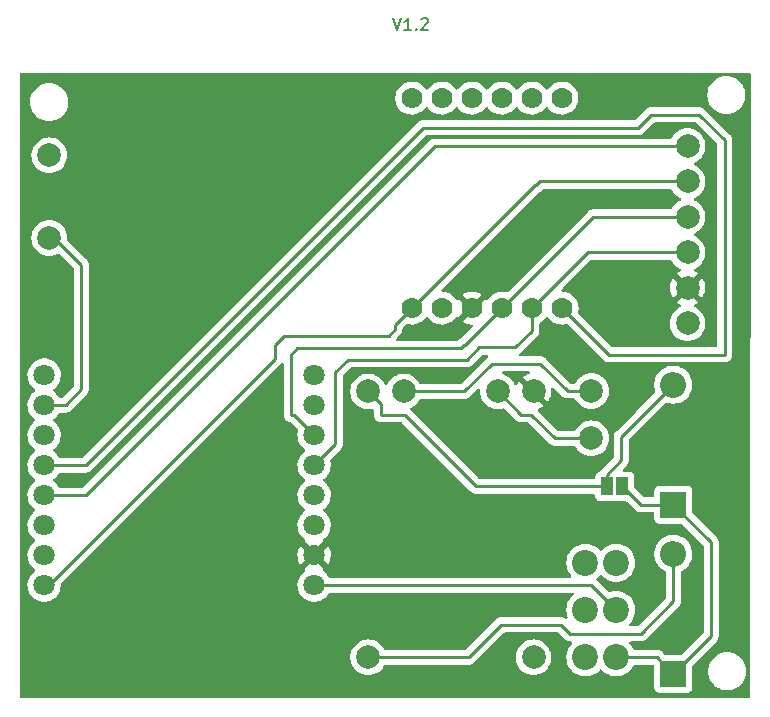
<source format=gtl>
G04 #@! TF.GenerationSoftware,KiCad,Pcbnew,(6.0.10)*
G04 #@! TF.CreationDate,2023-01-25T16:02:22-05:00*
G04 #@! TF.ProjectId,SlimeVRMotherBoardV2,536c696d-6556-4524-9d6f-74686572426f,V1.2*
G04 #@! TF.SameCoordinates,Original*
G04 #@! TF.FileFunction,Copper,L1,Top*
G04 #@! TF.FilePolarity,Positive*
%FSLAX46Y46*%
G04 Gerber Fmt 4.6, Leading zero omitted, Abs format (unit mm)*
G04 Created by KiCad (PCBNEW (6.0.10)) date 2023-01-25 16:02:22*
%MOMM*%
%LPD*%
G01*
G04 APERTURE LIST*
%ADD10C,0.150000*%
G04 #@! TA.AperFunction,NonConductor*
%ADD11C,0.150000*%
G04 #@! TD*
G04 #@! TA.AperFunction,ComponentPad*
%ADD12C,1.800000*%
G04 #@! TD*
G04 #@! TA.AperFunction,ComponentPad*
%ADD13C,2.000000*%
G04 #@! TD*
G04 #@! TA.AperFunction,ComponentPad*
%ADD14R,2.200000X2.200000*%
G04 #@! TD*
G04 #@! TA.AperFunction,ComponentPad*
%ADD15O,2.200000X2.200000*%
G04 #@! TD*
G04 #@! TA.AperFunction,ComponentPad*
%ADD16C,1.778000*%
G04 #@! TD*
G04 #@! TA.AperFunction,SMDPad,CuDef*
%ADD17R,1.000000X1.500000*%
G04 #@! TD*
G04 #@! TA.AperFunction,ComponentPad*
%ADD18C,2.200000*%
G04 #@! TD*
G04 #@! TA.AperFunction,Conductor*
%ADD19C,0.250000*%
G04 #@! TD*
G04 APERTURE END LIST*
D10*
D11*
X166116190Y-90892380D02*
X166449523Y-91892380D01*
X166782857Y-90892380D01*
X167640000Y-91892380D02*
X167068571Y-91892380D01*
X167354285Y-91892380D02*
X167354285Y-90892380D01*
X167259047Y-91035238D01*
X167163809Y-91130476D01*
X167068571Y-91178095D01*
X168068571Y-91797142D02*
X168116190Y-91844761D01*
X168068571Y-91892380D01*
X168020952Y-91844761D01*
X168068571Y-91797142D01*
X168068571Y-91892380D01*
X168497142Y-90987619D02*
X168544761Y-90940000D01*
X168640000Y-90892380D01*
X168878095Y-90892380D01*
X168973333Y-90940000D01*
X169020952Y-90987619D01*
X169068571Y-91082857D01*
X169068571Y-91178095D01*
X169020952Y-91320952D01*
X168449523Y-91892380D01*
X169068571Y-91892380D01*
D12*
X136570000Y-121110000D03*
X136570000Y-123650000D03*
X136570000Y-126190000D03*
X136570000Y-128730000D03*
X136570000Y-131270000D03*
X136570000Y-133810000D03*
X136570000Y-136350000D03*
X136570000Y-138890000D03*
X159430000Y-138890000D03*
X159430000Y-136350000D03*
X159430000Y-133810000D03*
X159430000Y-131270000D03*
X159430000Y-128730000D03*
X159430000Y-126190000D03*
X159430000Y-123650000D03*
X159430000Y-121110000D03*
D13*
X191040000Y-104720000D03*
X191040000Y-113720000D03*
X191040000Y-107720000D03*
X191040000Y-110720000D03*
X191040000Y-116720000D03*
X191040000Y-101720000D03*
X182880000Y-126460000D03*
X182880000Y-122460000D03*
X137000000Y-102500000D03*
X137000000Y-109500000D03*
D14*
X189837550Y-132080000D03*
D15*
X189837550Y-121920000D03*
D16*
X167709610Y-115436639D03*
X172789610Y-115436639D03*
X175329610Y-115436639D03*
X177869610Y-115436639D03*
X170249610Y-115436639D03*
X180409610Y-115436639D03*
D13*
X164000000Y-122500000D03*
X167000000Y-122500000D03*
X175000000Y-122500000D03*
X178000000Y-122500000D03*
X164000000Y-145000000D03*
X178000000Y-145000000D03*
D17*
X184220000Y-130540000D03*
X185520000Y-130540000D03*
D14*
X189837550Y-146405602D03*
D15*
X189837550Y-136245602D03*
D18*
X182400000Y-141000000D03*
X182400000Y-137000000D03*
X182400000Y-145000000D03*
X185000000Y-137000000D03*
X185000000Y-145000000D03*
X185000000Y-141000000D03*
D16*
X167699610Y-97656639D03*
X170239610Y-97656639D03*
X172779610Y-97656639D03*
X175319610Y-97656639D03*
X177859610Y-97656639D03*
X180399610Y-97656639D03*
D19*
X176960000Y-124460000D02*
X175000000Y-122500000D01*
X182880000Y-126460000D02*
X179800000Y-126460000D01*
X177800000Y-124460000D02*
X176960000Y-124460000D01*
X179800000Y-126460000D02*
X177800000Y-124460000D01*
X182880000Y-122460000D02*
X180880000Y-122460000D01*
X172140000Y-122500000D02*
X167000000Y-122500000D01*
X180880000Y-122460000D02*
X178580517Y-120160517D01*
X178580517Y-120160517D02*
X174479483Y-120160517D01*
X174479483Y-120160517D02*
X172140000Y-122500000D01*
X182890000Y-138890000D02*
X185000000Y-141000000D01*
X159430000Y-138890000D02*
X182890000Y-138890000D01*
X166259837Y-116886412D02*
X167709610Y-115436639D01*
X156093928Y-119760827D02*
X156093928Y-118531363D01*
X178090049Y-105056200D02*
X178215520Y-105056200D01*
X156093928Y-118531363D02*
X156854642Y-117770649D01*
X167709610Y-115436639D02*
X178090049Y-105056200D01*
X165741168Y-117770649D02*
X166259837Y-117251980D01*
X156854642Y-117770649D02*
X165741168Y-117770649D01*
X178215520Y-105056200D02*
X178551720Y-104720000D01*
X136570000Y-138890000D02*
X136964755Y-138890000D01*
X166259837Y-117251980D02*
X166259837Y-116886412D01*
X178551720Y-104720000D02*
X191040000Y-104720000D01*
X136964755Y-138890000D02*
X156093928Y-119760827D01*
X136570000Y-131270000D02*
X140093586Y-131270000D01*
X169622336Y-101720000D02*
X191040000Y-101720000D01*
X169553750Y-101809836D02*
X169553750Y-101788586D01*
X140093586Y-131270000D02*
X169553750Y-101809836D01*
X169553750Y-101788586D02*
X169622336Y-101720000D01*
X192021869Y-99060000D02*
X194190521Y-101228652D01*
X187960000Y-99060000D02*
X192021869Y-99060000D01*
X186837695Y-100182305D02*
X187960000Y-99060000D01*
X136570000Y-128730000D02*
X140070858Y-128730000D01*
X194190521Y-119380000D02*
X184352971Y-119380000D01*
X140070858Y-128730000D02*
X168618553Y-100182305D01*
X184352971Y-119380000D02*
X180409610Y-115436639D01*
X168618553Y-100182305D02*
X186837695Y-100182305D01*
X194190521Y-101228652D02*
X194190521Y-119380000D01*
X162251753Y-119807791D02*
X172383085Y-119807791D01*
X182586249Y-110720000D02*
X191040000Y-110720000D01*
X161214415Y-120845129D02*
X162251753Y-119807791D01*
X177869610Y-115436639D02*
X182586249Y-110720000D01*
X177869610Y-117364124D02*
X177869610Y-115436639D01*
X176460326Y-118773408D02*
X177869610Y-117364124D01*
X172383085Y-119807791D02*
X173417468Y-118773408D01*
X173417468Y-118773408D02*
X176460326Y-118773408D01*
X159430000Y-128730000D02*
X161214415Y-126945585D01*
X161214415Y-126945585D02*
X161214415Y-120845129D01*
X175329610Y-115436639D02*
X183046249Y-107720000D01*
X157480000Y-124460000D02*
X157480000Y-119380000D01*
X171861462Y-118842564D02*
X172138085Y-118565941D01*
X158017436Y-118842564D02*
X171861462Y-118842564D01*
X157700000Y-124460000D02*
X157480000Y-124460000D01*
X172138085Y-118565941D02*
X172200308Y-118565941D01*
X183046249Y-107720000D02*
X191040000Y-107720000D01*
X159430000Y-126190000D02*
X157700000Y-124460000D01*
X157480000Y-119380000D02*
X158017436Y-118842564D01*
X172200308Y-118565941D02*
X175329610Y-115436639D01*
X180337305Y-142240000D02*
X181120066Y-143022761D01*
X172500000Y-145000000D02*
X175260000Y-142240000D01*
X187084758Y-143022761D02*
X189837550Y-140269969D01*
X189837550Y-140269969D02*
X189837550Y-136245602D01*
X175260000Y-142240000D02*
X180337305Y-142240000D01*
X181120066Y-143022761D02*
X187084758Y-143022761D01*
X164000000Y-145000000D02*
X172500000Y-145000000D01*
X193040000Y-143203152D02*
X193040000Y-135282450D01*
X189837550Y-132080000D02*
X187060000Y-132080000D01*
X193040000Y-135282450D02*
X189837550Y-132080000D01*
X185000000Y-145000000D02*
X188431948Y-145000000D01*
X187060000Y-132080000D02*
X185520000Y-130540000D01*
X189837550Y-146405602D02*
X193040000Y-143203152D01*
X188431948Y-145000000D02*
X189837550Y-146405602D01*
X184220000Y-130540000D02*
X184220000Y-129540000D01*
X185420000Y-128340000D02*
X185420000Y-126337550D01*
X185420000Y-126337550D02*
X189837550Y-121920000D01*
X165100000Y-123600000D02*
X164000000Y-122500000D01*
X165100000Y-124460000D02*
X165100000Y-123600000D01*
X184220000Y-129540000D02*
X185420000Y-128340000D01*
X184220000Y-130540000D02*
X173166167Y-130540000D01*
X167086167Y-124460000D02*
X165100000Y-124460000D01*
X173166167Y-130540000D02*
X167086167Y-124460000D01*
X137000000Y-109380000D02*
X137000000Y-109500000D01*
X137160000Y-109220000D02*
X137000000Y-109380000D01*
X136570000Y-123650000D02*
X138377547Y-123650000D01*
X138377547Y-123650000D02*
X139700000Y-122327547D01*
X139700000Y-111760000D02*
X137160000Y-109220000D01*
X139700000Y-122327547D02*
X139700000Y-111760000D01*
G04 #@! TA.AperFunction,Conductor*
G36*
X196319246Y-95528502D02*
G01*
X196365739Y-95582158D01*
X196377125Y-95634624D01*
X196332316Y-140742784D01*
X196324744Y-148365625D01*
X196304674Y-148433726D01*
X196250972Y-148480166D01*
X196198744Y-148491500D01*
X134634500Y-148491500D01*
X134566379Y-148471498D01*
X134519886Y-148417842D01*
X134508500Y-148365500D01*
X134508500Y-138855469D01*
X135157095Y-138855469D01*
X135157392Y-138860622D01*
X135157392Y-138860625D01*
X135163067Y-138959041D01*
X135170427Y-139086697D01*
X135171564Y-139091743D01*
X135171565Y-139091749D01*
X135203741Y-139234523D01*
X135221346Y-139312642D01*
X135223288Y-139317424D01*
X135223289Y-139317428D01*
X135275891Y-139446971D01*
X135308484Y-139527237D01*
X135429501Y-139724719D01*
X135581147Y-139899784D01*
X135759349Y-140047730D01*
X135959322Y-140164584D01*
X136175694Y-140247209D01*
X136180760Y-140248240D01*
X136180761Y-140248240D01*
X136233846Y-140259040D01*
X136402656Y-140293385D01*
X136524562Y-140297855D01*
X136628949Y-140301683D01*
X136628953Y-140301683D01*
X136634113Y-140301872D01*
X136639233Y-140301216D01*
X136639235Y-140301216D01*
X136726584Y-140290026D01*
X136863847Y-140272442D01*
X136868795Y-140270957D01*
X136868802Y-140270956D01*
X137080747Y-140207369D01*
X137085690Y-140205886D01*
X137166236Y-140166427D01*
X137289049Y-140106262D01*
X137289052Y-140106260D01*
X137293684Y-140103991D01*
X137482243Y-139969494D01*
X137646303Y-139806005D01*
X137781458Y-139617917D01*
X137828641Y-139522450D01*
X137881784Y-139414922D01*
X137881785Y-139414920D01*
X137884078Y-139410280D01*
X137951408Y-139188671D01*
X137981640Y-138959041D01*
X137983327Y-138890000D01*
X137978789Y-138834807D01*
X137993141Y-138765278D01*
X138015270Y-138735389D01*
X140430021Y-136320638D01*
X158017893Y-136320638D01*
X158030627Y-136541468D01*
X158032061Y-136551670D01*
X158080685Y-136767439D01*
X158083773Y-136777292D01*
X158166986Y-136982220D01*
X158171634Y-136991421D01*
X158260097Y-137135781D01*
X158270553Y-137145242D01*
X158279331Y-137141458D01*
X159057979Y-136362811D01*
X159064356Y-136351132D01*
X159794408Y-136351132D01*
X159794539Y-136352966D01*
X159798790Y-136359580D01*
X160576307Y-137137096D01*
X160588313Y-137143652D01*
X160600052Y-137134684D01*
X160638010Y-137081859D01*
X160643321Y-137073020D01*
X160741318Y-136874737D01*
X160745117Y-136865142D01*
X160809415Y-136653517D01*
X160811594Y-136643436D01*
X160840702Y-136422338D01*
X160841221Y-136415663D01*
X160842744Y-136353364D01*
X160842550Y-136346646D01*
X160824279Y-136124400D01*
X160822596Y-136114238D01*
X160768710Y-135899708D01*
X160765389Y-135889953D01*
X160677193Y-135687118D01*
X160672315Y-135678020D01*
X160599224Y-135565038D01*
X160588538Y-135555835D01*
X160578973Y-135560238D01*
X159802021Y-136337189D01*
X159794408Y-136351132D01*
X159064356Y-136351132D01*
X159065592Y-136348868D01*
X159065461Y-136347034D01*
X159061210Y-136340420D01*
X158283862Y-135563073D01*
X158272330Y-135556776D01*
X158260048Y-135566399D01*
X158204467Y-135647877D01*
X158199379Y-135656833D01*
X158106252Y-135857459D01*
X158102689Y-135867146D01*
X158043581Y-136080280D01*
X158041650Y-136090400D01*
X158018145Y-136310349D01*
X158017893Y-136320638D01*
X140430021Y-136320638D01*
X156486181Y-120264479D01*
X156494467Y-120256939D01*
X156500946Y-120252827D01*
X156547572Y-120203175D01*
X156550326Y-120200334D01*
X156570063Y-120180597D01*
X156572543Y-120177400D01*
X156580248Y-120168378D01*
X156605087Y-120141927D01*
X156610514Y-120136148D01*
X156614333Y-120129202D01*
X156618565Y-120123377D01*
X156674789Y-120080024D01*
X156745525Y-120073950D01*
X156808316Y-120107083D01*
X156843226Y-120168904D01*
X156846500Y-120197440D01*
X156846500Y-124388207D01*
X156844268Y-124411816D01*
X156842725Y-124419906D01*
X156843223Y-124427817D01*
X156846251Y-124475951D01*
X156846500Y-124483862D01*
X156846500Y-124499856D01*
X156848506Y-124515730D01*
X156849249Y-124523598D01*
X156851917Y-124566005D01*
X156852775Y-124579650D01*
X156855225Y-124587191D01*
X156855321Y-124587487D01*
X156860494Y-124610631D01*
X156860532Y-124610935D01*
X156860533Y-124610940D01*
X156861526Y-124618797D01*
X156864442Y-124626162D01*
X156864443Y-124626166D01*
X156882199Y-124671011D01*
X156884871Y-124678430D01*
X156902236Y-124731875D01*
X156906486Y-124738571D01*
X156906486Y-124738572D01*
X156906650Y-124738831D01*
X156917415Y-124759958D01*
X156917529Y-124760246D01*
X156917532Y-124760251D01*
X156920448Y-124767617D01*
X156925104Y-124774025D01*
X156925107Y-124774031D01*
X156953458Y-124813052D01*
X156957901Y-124819589D01*
X156988000Y-124867018D01*
X156993777Y-124872443D01*
X156993779Y-124872445D01*
X156994007Y-124872659D01*
X157009688Y-124890446D01*
X157014528Y-124897107D01*
X157020637Y-124902161D01*
X157020638Y-124902162D01*
X157057796Y-124932903D01*
X157063730Y-124938134D01*
X157098898Y-124971158D01*
X157098901Y-124971160D01*
X157104679Y-124976586D01*
X157111903Y-124980558D01*
X157131506Y-124993881D01*
X157131746Y-124994080D01*
X157131753Y-124994084D01*
X157137856Y-124999133D01*
X157175235Y-125016722D01*
X157188676Y-125023047D01*
X157195708Y-125026629D01*
X157244940Y-125053695D01*
X157252615Y-125055665D01*
X157252621Y-125055668D01*
X157252919Y-125055744D01*
X157275228Y-125063776D01*
X157275503Y-125063906D01*
X157275511Y-125063909D01*
X157282682Y-125067283D01*
X157337849Y-125077806D01*
X157345558Y-125079529D01*
X157379551Y-125088257D01*
X157392293Y-125091529D01*
X157392294Y-125091529D01*
X157399970Y-125093500D01*
X157401644Y-125093500D01*
X157464170Y-125120771D01*
X157472395Y-125128299D01*
X158039154Y-125695058D01*
X158073180Y-125757370D01*
X158071476Y-125817825D01*
X158041707Y-125925169D01*
X158017095Y-126155469D01*
X158017392Y-126160622D01*
X158017392Y-126160625D01*
X158025283Y-126297485D01*
X158030427Y-126386697D01*
X158031564Y-126391743D01*
X158031565Y-126391749D01*
X158063741Y-126534523D01*
X158081346Y-126612642D01*
X158083288Y-126617424D01*
X158083289Y-126617428D01*
X158166540Y-126822450D01*
X158168484Y-126827237D01*
X158171183Y-126831641D01*
X158265560Y-126985650D01*
X158289501Y-127024719D01*
X158441147Y-127199784D01*
X158619349Y-127347730D01*
X158623819Y-127350342D01*
X158627511Y-127352500D01*
X158676232Y-127404140D01*
X158689301Y-127473924D01*
X158662566Y-127539694D01*
X158639589Y-127562045D01*
X158491655Y-127673117D01*
X158472506Y-127693155D01*
X158362529Y-127808240D01*
X158331639Y-127840564D01*
X158328725Y-127844836D01*
X158328724Y-127844837D01*
X158313152Y-127867665D01*
X158201119Y-128031899D01*
X158103602Y-128241981D01*
X158041707Y-128465169D01*
X158017095Y-128695469D01*
X158017392Y-128700622D01*
X158017392Y-128700625D01*
X158025279Y-128837409D01*
X158030427Y-128926697D01*
X158031564Y-128931743D01*
X158031565Y-128931749D01*
X158055138Y-129036348D01*
X158081346Y-129152642D01*
X158083288Y-129157424D01*
X158083289Y-129157428D01*
X158166540Y-129362450D01*
X158168484Y-129367237D01*
X158289501Y-129564719D01*
X158441147Y-129739784D01*
X158619349Y-129887730D01*
X158623819Y-129890342D01*
X158627511Y-129892500D01*
X158676232Y-129944140D01*
X158689301Y-130013924D01*
X158662566Y-130079694D01*
X158639589Y-130102045D01*
X158491655Y-130213117D01*
X158331639Y-130380564D01*
X158328725Y-130384836D01*
X158328724Y-130384837D01*
X158313152Y-130407665D01*
X158201119Y-130571899D01*
X158103602Y-130781981D01*
X158041707Y-131005169D01*
X158017095Y-131235469D01*
X158017392Y-131240622D01*
X158017392Y-131240625D01*
X158023014Y-131338134D01*
X158030427Y-131466697D01*
X158031564Y-131471743D01*
X158031565Y-131471749D01*
X158063741Y-131614523D01*
X158081346Y-131692642D01*
X158083288Y-131697424D01*
X158083289Y-131697428D01*
X158166540Y-131902450D01*
X158168484Y-131907237D01*
X158289501Y-132104719D01*
X158441147Y-132279784D01*
X158619349Y-132427730D01*
X158623819Y-132430342D01*
X158627511Y-132432500D01*
X158676232Y-132484140D01*
X158689301Y-132553924D01*
X158662566Y-132619694D01*
X158639589Y-132642045D01*
X158508586Y-132740405D01*
X158491655Y-132753117D01*
X158472506Y-132773155D01*
X158409106Y-132839500D01*
X158331639Y-132920564D01*
X158328725Y-132924836D01*
X158328724Y-132924837D01*
X158313152Y-132947665D01*
X158201119Y-133111899D01*
X158103602Y-133321981D01*
X158041707Y-133545169D01*
X158017095Y-133775469D01*
X158017392Y-133780622D01*
X158017392Y-133780625D01*
X158023067Y-133879041D01*
X158030427Y-134006697D01*
X158031564Y-134011743D01*
X158031565Y-134011749D01*
X158063741Y-134154523D01*
X158081346Y-134232642D01*
X158083288Y-134237424D01*
X158083289Y-134237428D01*
X158166540Y-134442450D01*
X158168484Y-134447237D01*
X158289501Y-134644719D01*
X158441147Y-134819784D01*
X158619349Y-134967730D01*
X158623814Y-134970339D01*
X158627979Y-134972773D01*
X158676700Y-135024414D01*
X158689767Y-135094198D01*
X158663033Y-135159968D01*
X158646323Y-135176221D01*
X158635508Y-135190711D01*
X158642251Y-135203040D01*
X159417189Y-135977979D01*
X159431132Y-135985592D01*
X159432966Y-135985461D01*
X159439580Y-135981210D01*
X160218994Y-135201795D01*
X160226011Y-135188944D01*
X160218237Y-135178275D01*
X160216655Y-135177025D01*
X160175592Y-135119109D01*
X160172359Y-135048186D01*
X160207983Y-134986774D01*
X160221578Y-134975563D01*
X160266550Y-134943485D01*
X160342243Y-134889494D01*
X160506303Y-134726005D01*
X160517016Y-134711097D01*
X160567875Y-134640318D01*
X160641458Y-134537917D01*
X160688641Y-134442450D01*
X160741784Y-134334922D01*
X160741785Y-134334920D01*
X160744078Y-134330280D01*
X160811408Y-134108671D01*
X160841640Y-133879041D01*
X160843327Y-133810000D01*
X160832853Y-133682598D01*
X160824773Y-133584318D01*
X160824772Y-133584312D01*
X160824349Y-133579167D01*
X160786053Y-133426705D01*
X160769184Y-133359544D01*
X160769183Y-133359540D01*
X160767925Y-133354533D01*
X160765866Y-133349797D01*
X160677630Y-133146868D01*
X160677628Y-133146865D01*
X160675570Y-133142131D01*
X160549764Y-132947665D01*
X160393887Y-132776358D01*
X160389836Y-132773159D01*
X160389832Y-132773155D01*
X160217077Y-132636722D01*
X160176014Y-132578805D01*
X160172782Y-132507882D01*
X160208407Y-132446470D01*
X160222001Y-132435261D01*
X160225872Y-132432500D01*
X160342243Y-132349494D01*
X160506303Y-132186005D01*
X160641458Y-131997917D01*
X160687157Y-131905453D01*
X160741784Y-131794922D01*
X160741785Y-131794920D01*
X160744078Y-131790280D01*
X160811408Y-131568671D01*
X160841640Y-131339041D01*
X160843327Y-131270000D01*
X160833464Y-131150034D01*
X160824773Y-131044318D01*
X160824772Y-131044312D01*
X160824349Y-131039167D01*
X160781778Y-130869684D01*
X160769184Y-130819544D01*
X160769183Y-130819540D01*
X160767925Y-130814533D01*
X160765866Y-130809797D01*
X160677630Y-130606868D01*
X160677628Y-130606865D01*
X160675570Y-130602131D01*
X160549764Y-130407665D01*
X160393887Y-130236358D01*
X160389836Y-130233159D01*
X160389832Y-130233155D01*
X160217077Y-130096722D01*
X160176014Y-130038805D01*
X160172782Y-129967882D01*
X160208407Y-129906470D01*
X160222001Y-129895261D01*
X160225872Y-129892500D01*
X160342243Y-129809494D01*
X160506303Y-129646005D01*
X160641458Y-129457917D01*
X160653319Y-129433919D01*
X160741784Y-129254922D01*
X160741785Y-129254920D01*
X160744078Y-129250280D01*
X160811408Y-129028671D01*
X160841640Y-128799041D01*
X160842676Y-128756647D01*
X160843245Y-128733365D01*
X160843245Y-128733361D01*
X160843327Y-128730000D01*
X160824349Y-128499167D01*
X160788026Y-128354560D01*
X160790830Y-128283620D01*
X160821135Y-128234769D01*
X161192067Y-127863838D01*
X161606673Y-127449232D01*
X161614952Y-127441698D01*
X161621433Y-127437585D01*
X161668059Y-127387933D01*
X161670813Y-127385092D01*
X161690550Y-127365355D01*
X161693030Y-127362158D01*
X161700735Y-127353136D01*
X161705812Y-127347730D01*
X161731001Y-127320906D01*
X161734820Y-127313960D01*
X161734822Y-127313957D01*
X161740763Y-127303151D01*
X161751614Y-127286632D01*
X161759173Y-127276886D01*
X161764029Y-127270626D01*
X161767174Y-127263357D01*
X161767177Y-127263353D01*
X161781589Y-127230048D01*
X161786806Y-127219398D01*
X161808110Y-127180645D01*
X161813148Y-127161022D01*
X161819552Y-127142319D01*
X161824448Y-127131005D01*
X161824448Y-127131004D01*
X161827596Y-127123730D01*
X161828835Y-127115907D01*
X161828838Y-127115897D01*
X161834514Y-127080061D01*
X161836920Y-127068441D01*
X161845943Y-127033296D01*
X161845943Y-127033295D01*
X161847915Y-127025615D01*
X161847915Y-127005361D01*
X161849466Y-126985650D01*
X161851395Y-126973471D01*
X161852635Y-126965642D01*
X161848474Y-126921623D01*
X161847915Y-126909766D01*
X161847915Y-121159723D01*
X161867917Y-121091602D01*
X161884820Y-121070628D01*
X162477252Y-120478196D01*
X162539564Y-120444170D01*
X162566347Y-120441291D01*
X172304318Y-120441291D01*
X172315501Y-120441818D01*
X172322994Y-120443493D01*
X172330920Y-120443244D01*
X172330921Y-120443244D01*
X172391071Y-120441353D01*
X172395030Y-120441291D01*
X172422941Y-120441291D01*
X172426876Y-120440794D01*
X172426941Y-120440786D01*
X172438778Y-120439853D01*
X172471036Y-120438839D01*
X172475055Y-120438713D01*
X172482974Y-120438464D01*
X172502428Y-120432812D01*
X172521785Y-120428804D01*
X172534015Y-120427259D01*
X172534016Y-120427259D01*
X172541882Y-120426265D01*
X172549253Y-120423346D01*
X172549255Y-120423346D01*
X172582997Y-120409987D01*
X172594227Y-120406142D01*
X172629068Y-120396020D01*
X172629069Y-120396020D01*
X172636678Y-120393809D01*
X172643497Y-120389776D01*
X172643502Y-120389774D01*
X172654113Y-120383498D01*
X172671861Y-120374803D01*
X172690702Y-120367343D01*
X172717903Y-120347581D01*
X172726472Y-120341355D01*
X172736392Y-120334839D01*
X172767620Y-120316371D01*
X172767623Y-120316369D01*
X172774447Y-120312333D01*
X172788768Y-120298012D01*
X172803802Y-120285171D01*
X172813779Y-120277922D01*
X172820192Y-120273263D01*
X172848383Y-120239186D01*
X172856373Y-120230407D01*
X173642967Y-119443813D01*
X173705279Y-119409787D01*
X173732062Y-119406908D01*
X174048693Y-119406908D01*
X174116814Y-119426910D01*
X174163307Y-119480566D01*
X174173411Y-119550840D01*
X174143917Y-119615420D01*
X174112837Y-119641358D01*
X174088121Y-119655975D01*
X174073800Y-119670296D01*
X174058767Y-119683136D01*
X174042376Y-119695045D01*
X174033700Y-119705533D01*
X174014185Y-119729122D01*
X174006195Y-119737901D01*
X171914500Y-121829595D01*
X171852188Y-121863621D01*
X171825405Y-121866500D01*
X168451566Y-121866500D01*
X168383445Y-121846498D01*
X168344133Y-121806335D01*
X168226759Y-121614798D01*
X168226755Y-121614792D01*
X168224176Y-121610584D01*
X168069969Y-121430031D01*
X167889416Y-121275824D01*
X167885208Y-121273245D01*
X167885202Y-121273241D01*
X167691183Y-121154346D01*
X167686963Y-121151760D01*
X167682393Y-121149867D01*
X167682389Y-121149865D01*
X167472167Y-121062789D01*
X167472165Y-121062788D01*
X167467594Y-121060895D01*
X167387391Y-121041640D01*
X167241524Y-121006620D01*
X167241518Y-121006619D01*
X167236711Y-121005465D01*
X167000000Y-120986835D01*
X166763289Y-121005465D01*
X166758482Y-121006619D01*
X166758476Y-121006620D01*
X166612609Y-121041640D01*
X166532406Y-121060895D01*
X166527835Y-121062788D01*
X166527833Y-121062789D01*
X166317611Y-121149865D01*
X166317607Y-121149867D01*
X166313037Y-121151760D01*
X166308817Y-121154346D01*
X166114798Y-121273241D01*
X166114792Y-121273245D01*
X166110584Y-121275824D01*
X165930031Y-121430031D01*
X165775824Y-121610584D01*
X165773245Y-121614792D01*
X165773241Y-121614798D01*
X165680379Y-121766335D01*
X165651760Y-121813037D01*
X165649867Y-121817607D01*
X165649865Y-121817611D01*
X165616409Y-121898382D01*
X165571861Y-121953663D01*
X165504497Y-121976084D01*
X165435706Y-121958526D01*
X165387328Y-121906564D01*
X165383591Y-121898382D01*
X165350135Y-121817611D01*
X165350133Y-121817607D01*
X165348240Y-121813037D01*
X165319621Y-121766335D01*
X165226759Y-121614798D01*
X165226755Y-121614792D01*
X165224176Y-121610584D01*
X165069969Y-121430031D01*
X164889416Y-121275824D01*
X164885208Y-121273245D01*
X164885202Y-121273241D01*
X164691183Y-121154346D01*
X164686963Y-121151760D01*
X164682393Y-121149867D01*
X164682389Y-121149865D01*
X164472167Y-121062789D01*
X164472165Y-121062788D01*
X164467594Y-121060895D01*
X164387391Y-121041640D01*
X164241524Y-121006620D01*
X164241518Y-121006619D01*
X164236711Y-121005465D01*
X164000000Y-120986835D01*
X163763289Y-121005465D01*
X163758482Y-121006619D01*
X163758476Y-121006620D01*
X163612609Y-121041640D01*
X163532406Y-121060895D01*
X163527835Y-121062788D01*
X163527833Y-121062789D01*
X163317611Y-121149865D01*
X163317607Y-121149867D01*
X163313037Y-121151760D01*
X163308817Y-121154346D01*
X163114798Y-121273241D01*
X163114792Y-121273245D01*
X163110584Y-121275824D01*
X162930031Y-121430031D01*
X162775824Y-121610584D01*
X162773245Y-121614792D01*
X162773241Y-121614798D01*
X162680379Y-121766335D01*
X162651760Y-121813037D01*
X162649867Y-121817607D01*
X162649865Y-121817611D01*
X162575470Y-121997218D01*
X162560895Y-122032406D01*
X162541640Y-122112609D01*
X162507432Y-122255096D01*
X162505465Y-122263289D01*
X162486835Y-122500000D01*
X162505465Y-122736711D01*
X162506619Y-122741518D01*
X162506620Y-122741524D01*
X162529258Y-122835817D01*
X162560895Y-122967594D01*
X162562788Y-122972165D01*
X162562789Y-122972167D01*
X162649772Y-123182163D01*
X162651760Y-123186963D01*
X162654346Y-123191183D01*
X162773241Y-123385202D01*
X162773245Y-123385208D01*
X162775824Y-123389416D01*
X162930031Y-123569969D01*
X163110584Y-123724176D01*
X163114792Y-123726755D01*
X163114798Y-123726759D01*
X163269858Y-123821780D01*
X163313037Y-123848240D01*
X163317607Y-123850133D01*
X163317611Y-123850135D01*
X163527833Y-123937211D01*
X163532406Y-123939105D01*
X163591866Y-123953380D01*
X163758476Y-123993380D01*
X163758482Y-123993381D01*
X163763289Y-123994535D01*
X164000000Y-124013165D01*
X164236711Y-123994535D01*
X164241518Y-123993381D01*
X164241524Y-123993380D01*
X164285176Y-123982900D01*
X164311087Y-123976679D01*
X164381994Y-123980226D01*
X164439728Y-124021546D01*
X164465958Y-124087519D01*
X164466500Y-124099198D01*
X164466500Y-124388207D01*
X164464268Y-124411816D01*
X164462725Y-124419906D01*
X164463223Y-124427817D01*
X164466251Y-124475951D01*
X164466500Y-124483862D01*
X164466500Y-124499856D01*
X164468506Y-124515730D01*
X164469249Y-124523598D01*
X164471917Y-124566005D01*
X164472775Y-124579650D01*
X164475225Y-124587191D01*
X164475321Y-124587487D01*
X164480494Y-124610631D01*
X164480532Y-124610935D01*
X164480533Y-124610940D01*
X164481526Y-124618797D01*
X164484442Y-124626162D01*
X164484443Y-124626166D01*
X164502199Y-124671011D01*
X164504871Y-124678430D01*
X164522236Y-124731875D01*
X164526486Y-124738571D01*
X164526486Y-124738572D01*
X164526650Y-124738831D01*
X164537415Y-124759958D01*
X164537529Y-124760246D01*
X164537532Y-124760251D01*
X164540448Y-124767617D01*
X164545104Y-124774025D01*
X164545107Y-124774031D01*
X164573458Y-124813052D01*
X164577901Y-124819589D01*
X164608000Y-124867018D01*
X164613777Y-124872443D01*
X164613779Y-124872445D01*
X164614007Y-124872659D01*
X164629688Y-124890446D01*
X164634528Y-124897107D01*
X164640637Y-124902161D01*
X164640638Y-124902162D01*
X164677796Y-124932903D01*
X164683730Y-124938134D01*
X164718898Y-124971158D01*
X164718901Y-124971160D01*
X164724679Y-124976586D01*
X164731903Y-124980558D01*
X164751506Y-124993881D01*
X164751746Y-124994080D01*
X164751753Y-124994084D01*
X164757856Y-124999133D01*
X164795235Y-125016722D01*
X164808676Y-125023047D01*
X164815708Y-125026629D01*
X164864940Y-125053695D01*
X164872615Y-125055665D01*
X164872621Y-125055668D01*
X164872919Y-125055744D01*
X164895228Y-125063776D01*
X164895503Y-125063906D01*
X164895511Y-125063909D01*
X164902682Y-125067283D01*
X164957849Y-125077806D01*
X164965558Y-125079529D01*
X164999551Y-125088257D01*
X165012293Y-125091529D01*
X165012294Y-125091529D01*
X165019970Y-125093500D01*
X165028207Y-125093500D01*
X165051816Y-125095732D01*
X165052119Y-125095790D01*
X165052123Y-125095790D01*
X165059906Y-125097275D01*
X165115951Y-125093749D01*
X165123862Y-125093500D01*
X166771573Y-125093500D01*
X166839694Y-125113502D01*
X166860668Y-125130405D01*
X172662510Y-130932247D01*
X172670054Y-130940537D01*
X172674167Y-130947018D01*
X172679944Y-130952443D01*
X172723834Y-130993658D01*
X172726676Y-130996413D01*
X172746397Y-131016134D01*
X172749592Y-131018612D01*
X172758614Y-131026318D01*
X172790846Y-131056586D01*
X172797795Y-131060406D01*
X172808599Y-131066346D01*
X172825123Y-131077199D01*
X172841126Y-131089613D01*
X172881710Y-131107176D01*
X172892340Y-131112383D01*
X172931107Y-131133695D01*
X172938784Y-131135666D01*
X172938789Y-131135668D01*
X172950725Y-131138732D01*
X172969433Y-131145137D01*
X172988022Y-131153181D01*
X172995847Y-131154420D01*
X172995849Y-131154421D01*
X173031686Y-131160097D01*
X173043307Y-131162504D01*
X173078456Y-131171528D01*
X173086137Y-131173500D01*
X173106398Y-131173500D01*
X173126107Y-131175051D01*
X173146110Y-131178219D01*
X173154002Y-131177473D01*
X173159229Y-131176979D01*
X173190121Y-131174059D01*
X173201978Y-131173500D01*
X183085500Y-131173500D01*
X183153621Y-131193502D01*
X183200114Y-131247158D01*
X183211500Y-131299500D01*
X183211500Y-131338134D01*
X183218255Y-131400316D01*
X183269385Y-131536705D01*
X183356739Y-131653261D01*
X183473295Y-131740615D01*
X183609684Y-131791745D01*
X183671866Y-131798500D01*
X184768134Y-131798500D01*
X184830316Y-131791745D01*
X184837715Y-131788971D01*
X184840854Y-131788225D01*
X184899146Y-131788225D01*
X184902285Y-131788971D01*
X184909684Y-131791745D01*
X184971866Y-131798500D01*
X185830405Y-131798500D01*
X185898526Y-131818502D01*
X185919500Y-131835405D01*
X186556348Y-132472253D01*
X186563888Y-132480539D01*
X186568000Y-132487018D01*
X186573777Y-132492443D01*
X186617651Y-132533643D01*
X186620493Y-132536398D01*
X186640230Y-132556135D01*
X186643427Y-132558615D01*
X186652447Y-132566318D01*
X186684679Y-132596586D01*
X186691625Y-132600405D01*
X186691628Y-132600407D01*
X186702434Y-132606348D01*
X186718953Y-132617199D01*
X186734959Y-132629614D01*
X186742228Y-132632759D01*
X186742232Y-132632762D01*
X186775537Y-132647174D01*
X186786187Y-132652391D01*
X186824940Y-132673695D01*
X186832615Y-132675666D01*
X186832616Y-132675666D01*
X186844562Y-132678733D01*
X186863267Y-132685137D01*
X186881855Y-132693181D01*
X186889678Y-132694420D01*
X186889688Y-132694423D01*
X186925524Y-132700099D01*
X186937144Y-132702505D01*
X186972289Y-132711528D01*
X186979970Y-132713500D01*
X187000224Y-132713500D01*
X187019934Y-132715051D01*
X187039943Y-132718220D01*
X187047835Y-132717474D01*
X187083961Y-132714059D01*
X187095819Y-132713500D01*
X188103050Y-132713500D01*
X188171171Y-132733502D01*
X188217664Y-132787158D01*
X188229050Y-132839500D01*
X188229050Y-133228134D01*
X188235805Y-133290316D01*
X188286935Y-133426705D01*
X188374289Y-133543261D01*
X188490845Y-133630615D01*
X188627234Y-133681745D01*
X188689416Y-133688500D01*
X190497956Y-133688500D01*
X190566077Y-133708502D01*
X190587051Y-133725405D01*
X192369595Y-135507949D01*
X192403621Y-135570261D01*
X192406500Y-135597044D01*
X192406500Y-142888557D01*
X192386498Y-142956678D01*
X192369595Y-142977652D01*
X190587050Y-144760197D01*
X190524738Y-144794223D01*
X190497955Y-144797102D01*
X189177145Y-144797102D01*
X189109024Y-144777100D01*
X189088050Y-144760197D01*
X188935600Y-144607747D01*
X188928060Y-144599461D01*
X188923948Y-144592982D01*
X188874296Y-144546356D01*
X188871455Y-144543602D01*
X188851718Y-144523865D01*
X188848521Y-144521385D01*
X188839499Y-144513680D01*
X188813048Y-144488841D01*
X188807269Y-144483414D01*
X188800323Y-144479595D01*
X188800320Y-144479593D01*
X188789514Y-144473652D01*
X188772995Y-144462801D01*
X188772531Y-144462441D01*
X188756989Y-144450386D01*
X188749720Y-144447241D01*
X188749716Y-144447238D01*
X188716411Y-144432826D01*
X188705761Y-144427609D01*
X188667008Y-144406305D01*
X188647385Y-144401267D01*
X188628682Y-144394863D01*
X188617368Y-144389967D01*
X188617367Y-144389967D01*
X188610093Y-144386819D01*
X188602270Y-144385580D01*
X188602260Y-144385577D01*
X188566424Y-144379901D01*
X188554804Y-144377495D01*
X188519659Y-144368472D01*
X188519658Y-144368472D01*
X188511978Y-144366500D01*
X188491724Y-144366500D01*
X188472013Y-144364949D01*
X188463629Y-144363621D01*
X188452005Y-144361780D01*
X188444113Y-144362526D01*
X188407987Y-144365941D01*
X188396129Y-144366500D01*
X186562815Y-144366500D01*
X186494694Y-144346498D01*
X186446407Y-144288720D01*
X186439512Y-144272075D01*
X186439511Y-144272073D01*
X186437616Y-144267498D01*
X186305328Y-144051624D01*
X186145160Y-143864092D01*
X186116129Y-143799302D01*
X186126734Y-143729102D01*
X186173609Y-143675779D01*
X186240971Y-143656261D01*
X187005991Y-143656261D01*
X187017174Y-143656788D01*
X187024667Y-143658463D01*
X187032593Y-143658214D01*
X187032594Y-143658214D01*
X187092744Y-143656323D01*
X187096703Y-143656261D01*
X187124614Y-143656261D01*
X187128549Y-143655764D01*
X187128614Y-143655756D01*
X187140451Y-143654823D01*
X187172709Y-143653809D01*
X187176728Y-143653683D01*
X187184647Y-143653434D01*
X187204101Y-143647782D01*
X187223458Y-143643774D01*
X187235688Y-143642229D01*
X187235689Y-143642229D01*
X187243555Y-143641235D01*
X187250926Y-143638316D01*
X187250928Y-143638316D01*
X187284670Y-143624957D01*
X187295900Y-143621112D01*
X187330741Y-143610990D01*
X187330742Y-143610990D01*
X187338351Y-143608779D01*
X187345170Y-143604746D01*
X187345175Y-143604744D01*
X187355786Y-143598468D01*
X187373534Y-143589773D01*
X187392375Y-143582313D01*
X187412745Y-143567514D01*
X187428145Y-143556325D01*
X187438065Y-143549809D01*
X187469293Y-143531341D01*
X187469296Y-143531339D01*
X187476120Y-143527303D01*
X187490441Y-143512982D01*
X187505475Y-143500141D01*
X187507190Y-143498895D01*
X187521865Y-143488233D01*
X187550056Y-143454156D01*
X187558046Y-143445377D01*
X190229803Y-140773621D01*
X190238089Y-140766081D01*
X190244568Y-140761969D01*
X190291194Y-140712317D01*
X190293948Y-140709476D01*
X190313685Y-140689739D01*
X190316165Y-140686542D01*
X190323870Y-140677520D01*
X190348709Y-140651069D01*
X190354136Y-140645290D01*
X190357955Y-140638344D01*
X190357957Y-140638341D01*
X190363898Y-140627535D01*
X190374749Y-140611016D01*
X190382308Y-140601270D01*
X190387164Y-140595010D01*
X190390309Y-140587741D01*
X190390312Y-140587737D01*
X190404724Y-140554432D01*
X190409941Y-140543782D01*
X190431245Y-140505029D01*
X190436283Y-140485406D01*
X190442687Y-140466703D01*
X190447583Y-140455389D01*
X190447583Y-140455388D01*
X190450731Y-140448114D01*
X190451970Y-140440291D01*
X190451973Y-140440281D01*
X190457649Y-140404445D01*
X190460055Y-140392825D01*
X190469078Y-140357680D01*
X190469078Y-140357679D01*
X190471050Y-140349999D01*
X190471050Y-140329745D01*
X190472601Y-140310034D01*
X190474530Y-140297855D01*
X190475770Y-140290026D01*
X190471609Y-140246007D01*
X190471050Y-140234150D01*
X190471050Y-137808417D01*
X190491052Y-137740296D01*
X190548830Y-137692009D01*
X190565475Y-137685114D01*
X190565477Y-137685113D01*
X190570052Y-137683218D01*
X190785926Y-137550930D01*
X190978448Y-137386500D01*
X191142878Y-137193978D01*
X191275166Y-136978104D01*
X191321957Y-136865142D01*
X191370161Y-136748766D01*
X191370162Y-136748764D01*
X191372055Y-136744193D01*
X191394988Y-136648671D01*
X191430004Y-136502818D01*
X191430005Y-136502812D01*
X191431159Y-136498005D01*
X191451024Y-136245602D01*
X191431159Y-135993199D01*
X191429302Y-135985461D01*
X191373210Y-135751823D01*
X191372055Y-135747011D01*
X191334600Y-135656587D01*
X191277061Y-135517674D01*
X191277059Y-135517670D01*
X191275166Y-135513100D01*
X191142878Y-135297226D01*
X190978448Y-135104704D01*
X190785926Y-134940274D01*
X190570052Y-134807986D01*
X190565482Y-134806093D01*
X190565478Y-134806091D01*
X190340714Y-134712991D01*
X190340712Y-134712990D01*
X190336141Y-134711097D01*
X190251518Y-134690781D01*
X190094766Y-134653148D01*
X190094760Y-134653147D01*
X190089953Y-134651993D01*
X189837550Y-134632128D01*
X189585147Y-134651993D01*
X189580340Y-134653147D01*
X189580334Y-134653148D01*
X189423582Y-134690781D01*
X189338959Y-134711097D01*
X189334388Y-134712990D01*
X189334386Y-134712991D01*
X189109622Y-134806091D01*
X189109618Y-134806093D01*
X189105048Y-134807986D01*
X188889174Y-134940274D01*
X188696652Y-135104704D01*
X188532222Y-135297226D01*
X188399934Y-135513100D01*
X188398041Y-135517670D01*
X188398039Y-135517674D01*
X188340500Y-135656587D01*
X188303045Y-135747011D01*
X188301890Y-135751823D01*
X188245799Y-135985461D01*
X188243941Y-135993199D01*
X188224076Y-136245602D01*
X188243941Y-136498005D01*
X188245095Y-136502812D01*
X188245096Y-136502818D01*
X188280112Y-136648671D01*
X188303045Y-136744193D01*
X188304938Y-136748764D01*
X188304939Y-136748766D01*
X188353144Y-136865142D01*
X188399934Y-136978104D01*
X188532222Y-137193978D01*
X188696652Y-137386500D01*
X188889174Y-137550930D01*
X189105048Y-137683218D01*
X189109623Y-137685113D01*
X189109625Y-137685114D01*
X189126270Y-137692009D01*
X189181550Y-137736558D01*
X189204050Y-137808417D01*
X189204050Y-139955375D01*
X189184048Y-140023496D01*
X189167145Y-140044470D01*
X186859258Y-142352356D01*
X186796946Y-142386382D01*
X186770163Y-142389261D01*
X186191641Y-142389261D01*
X186123520Y-142369259D01*
X186077027Y-142315603D01*
X186066923Y-142245329D01*
X186096417Y-142180749D01*
X186109810Y-142167450D01*
X186137142Y-142144106D01*
X186140898Y-142140898D01*
X186305328Y-141948376D01*
X186437616Y-141732502D01*
X186441381Y-141723414D01*
X186532611Y-141503164D01*
X186532613Y-141503159D01*
X186534505Y-141498591D01*
X186593609Y-141252403D01*
X186613474Y-141000000D01*
X186593609Y-140747597D01*
X186585140Y-140712318D01*
X186554821Y-140586032D01*
X186534505Y-140501409D01*
X186523899Y-140475803D01*
X186439511Y-140272072D01*
X186439509Y-140272068D01*
X186437616Y-140267498D01*
X186305328Y-140051624D01*
X186140898Y-139859102D01*
X185948376Y-139694672D01*
X185732502Y-139562384D01*
X185727932Y-139560491D01*
X185727928Y-139560489D01*
X185503164Y-139467389D01*
X185503162Y-139467388D01*
X185498591Y-139465495D01*
X185413968Y-139445179D01*
X185257216Y-139407546D01*
X185257210Y-139407545D01*
X185252403Y-139406391D01*
X185000000Y-139386526D01*
X184747597Y-139406391D01*
X184742790Y-139407545D01*
X184742784Y-139407546D01*
X184586032Y-139445179D01*
X184501409Y-139465495D01*
X184496838Y-139467388D01*
X184496836Y-139467389D01*
X184480188Y-139474285D01*
X184409598Y-139481874D01*
X184342876Y-139446972D01*
X183393641Y-138497736D01*
X183386112Y-138489462D01*
X183382000Y-138482982D01*
X183369458Y-138471204D01*
X183333493Y-138409991D01*
X183336332Y-138339051D01*
X183373882Y-138283544D01*
X183537137Y-138144111D01*
X183537142Y-138144106D01*
X183540898Y-138140898D01*
X183604189Y-138066794D01*
X183663640Y-138027985D01*
X183734634Y-138027479D01*
X183795811Y-138066794D01*
X183859102Y-138140898D01*
X184051624Y-138305328D01*
X184267498Y-138437616D01*
X184272068Y-138439509D01*
X184272072Y-138439511D01*
X184397590Y-138491502D01*
X184501409Y-138534505D01*
X184586032Y-138554821D01*
X184742784Y-138592454D01*
X184742790Y-138592455D01*
X184747597Y-138593609D01*
X185000000Y-138613474D01*
X185252403Y-138593609D01*
X185257210Y-138592455D01*
X185257216Y-138592454D01*
X185413968Y-138554821D01*
X185498591Y-138534505D01*
X185602410Y-138491502D01*
X185727928Y-138439511D01*
X185727932Y-138439509D01*
X185732502Y-138437616D01*
X185948376Y-138305328D01*
X186140898Y-138140898D01*
X186305328Y-137948376D01*
X186437616Y-137732502D01*
X186441948Y-137722045D01*
X186532611Y-137503164D01*
X186532612Y-137503162D01*
X186534505Y-137498591D01*
X186560645Y-137389708D01*
X186592454Y-137257216D01*
X186592455Y-137257210D01*
X186593609Y-137252403D01*
X186613474Y-137000000D01*
X186593609Y-136747597D01*
X186588879Y-136727892D01*
X186546571Y-136551670D01*
X186534505Y-136501409D01*
X186531051Y-136493071D01*
X186439511Y-136272072D01*
X186439509Y-136272068D01*
X186437616Y-136267498D01*
X186305328Y-136051624D01*
X186140898Y-135859102D01*
X185948376Y-135694672D01*
X185732502Y-135562384D01*
X185727932Y-135560491D01*
X185727928Y-135560489D01*
X185503164Y-135467389D01*
X185503162Y-135467388D01*
X185498591Y-135465495D01*
X185413968Y-135445179D01*
X185257216Y-135407546D01*
X185257210Y-135407545D01*
X185252403Y-135406391D01*
X185000000Y-135386526D01*
X184747597Y-135406391D01*
X184742790Y-135407545D01*
X184742784Y-135407546D01*
X184586032Y-135445179D01*
X184501409Y-135465495D01*
X184496838Y-135467388D01*
X184496836Y-135467389D01*
X184272072Y-135560489D01*
X184272068Y-135560491D01*
X184267498Y-135562384D01*
X184051624Y-135694672D01*
X183859102Y-135859102D01*
X183855894Y-135862858D01*
X183795811Y-135933206D01*
X183736360Y-135972015D01*
X183665366Y-135972521D01*
X183604189Y-135933206D01*
X183544106Y-135862858D01*
X183540898Y-135859102D01*
X183348376Y-135694672D01*
X183132502Y-135562384D01*
X183127932Y-135560491D01*
X183127928Y-135560489D01*
X182903164Y-135467389D01*
X182903162Y-135467388D01*
X182898591Y-135465495D01*
X182813968Y-135445179D01*
X182657216Y-135407546D01*
X182657210Y-135407545D01*
X182652403Y-135406391D01*
X182400000Y-135386526D01*
X182147597Y-135406391D01*
X182142790Y-135407545D01*
X182142784Y-135407546D01*
X181986032Y-135445179D01*
X181901409Y-135465495D01*
X181896838Y-135467388D01*
X181896836Y-135467389D01*
X181672072Y-135560489D01*
X181672068Y-135560491D01*
X181667498Y-135562384D01*
X181451624Y-135694672D01*
X181259102Y-135859102D01*
X181094672Y-136051624D01*
X180962384Y-136267498D01*
X180960491Y-136272068D01*
X180960489Y-136272072D01*
X180868949Y-136493071D01*
X180865495Y-136501409D01*
X180853429Y-136551670D01*
X180811122Y-136727892D01*
X180806391Y-136747597D01*
X180786526Y-137000000D01*
X180806391Y-137252403D01*
X180807545Y-137257210D01*
X180807546Y-137257216D01*
X180839355Y-137389708D01*
X180865495Y-137498591D01*
X180867388Y-137503162D01*
X180867389Y-137503164D01*
X180958053Y-137722045D01*
X180962384Y-137732502D01*
X181094672Y-137948376D01*
X181097879Y-137952131D01*
X181097882Y-137952135D01*
X181136053Y-137996827D01*
X181162392Y-138027665D01*
X181180331Y-138048669D01*
X181209362Y-138113459D01*
X181198757Y-138183659D01*
X181151883Y-138236981D01*
X181084520Y-138256500D01*
X160766359Y-138256500D01*
X160698238Y-138236498D01*
X160660567Y-138198940D01*
X160552574Y-138032009D01*
X160549764Y-138027665D01*
X160393887Y-137856358D01*
X160389836Y-137853159D01*
X160389832Y-137853155D01*
X160216669Y-137716400D01*
X160175606Y-137658483D01*
X160172374Y-137587560D01*
X160207999Y-137526148D01*
X160213487Y-137521623D01*
X160223497Y-137508874D01*
X160216510Y-137495721D01*
X159442811Y-136722021D01*
X159428868Y-136714408D01*
X159427034Y-136714539D01*
X159420420Y-136718790D01*
X158640180Y-137499031D01*
X158633423Y-137511406D01*
X158652730Y-137537197D01*
X158652040Y-137537713D01*
X158676627Y-137563737D01*
X158689743Y-137633511D01*
X158663055Y-137699300D01*
X158640023Y-137721719D01*
X158491655Y-137833117D01*
X158331639Y-138000564D01*
X158328725Y-138004836D01*
X158328724Y-138004837D01*
X158313279Y-138027479D01*
X158201119Y-138191899D01*
X158103602Y-138401981D01*
X158041707Y-138625169D01*
X158017095Y-138855469D01*
X158017392Y-138860622D01*
X158017392Y-138860625D01*
X158023067Y-138959041D01*
X158030427Y-139086697D01*
X158031564Y-139091743D01*
X158031565Y-139091749D01*
X158063741Y-139234523D01*
X158081346Y-139312642D01*
X158083288Y-139317424D01*
X158083289Y-139317428D01*
X158135891Y-139446971D01*
X158168484Y-139527237D01*
X158289501Y-139724719D01*
X158441147Y-139899784D01*
X158619349Y-140047730D01*
X158819322Y-140164584D01*
X159035694Y-140247209D01*
X159040760Y-140248240D01*
X159040761Y-140248240D01*
X159093846Y-140259040D01*
X159262656Y-140293385D01*
X159384562Y-140297855D01*
X159488949Y-140301683D01*
X159488953Y-140301683D01*
X159494113Y-140301872D01*
X159499233Y-140301216D01*
X159499235Y-140301216D01*
X159586584Y-140290026D01*
X159723847Y-140272442D01*
X159728795Y-140270957D01*
X159728802Y-140270956D01*
X159940747Y-140207369D01*
X159945690Y-140205886D01*
X160026236Y-140166427D01*
X160149049Y-140106262D01*
X160149052Y-140106260D01*
X160153684Y-140103991D01*
X160342243Y-139969494D01*
X160506303Y-139806005D01*
X160641458Y-139617917D01*
X160653440Y-139593672D01*
X160701553Y-139541466D01*
X160766397Y-139523500D01*
X181310503Y-139523500D01*
X181378624Y-139543502D01*
X181425117Y-139597158D01*
X181435221Y-139667432D01*
X181405727Y-139732012D01*
X181392337Y-139745309D01*
X181259102Y-139859102D01*
X181094672Y-140051624D01*
X180962384Y-140267498D01*
X180960491Y-140272068D01*
X180960489Y-140272072D01*
X180876101Y-140475803D01*
X180865495Y-140501409D01*
X180845179Y-140586032D01*
X180814861Y-140712318D01*
X180806391Y-140747597D01*
X180786526Y-141000000D01*
X180806391Y-141252403D01*
X180865495Y-141498591D01*
X180894279Y-141568082D01*
X180901868Y-141638670D01*
X180870089Y-141702157D01*
X180809031Y-141738385D01*
X180738080Y-141735851D01*
X180712902Y-141722910D01*
X180712625Y-141723413D01*
X180694871Y-141713652D01*
X180678352Y-141702801D01*
X180677522Y-141702157D01*
X180662346Y-141690386D01*
X180655077Y-141687241D01*
X180655073Y-141687238D01*
X180621768Y-141672826D01*
X180611118Y-141667609D01*
X180572365Y-141646305D01*
X180552742Y-141641267D01*
X180534039Y-141634863D01*
X180522725Y-141629967D01*
X180522724Y-141629967D01*
X180515450Y-141626819D01*
X180507627Y-141625580D01*
X180507617Y-141625577D01*
X180471781Y-141619901D01*
X180460161Y-141617495D01*
X180425016Y-141608472D01*
X180425015Y-141608472D01*
X180417335Y-141606500D01*
X180397081Y-141606500D01*
X180377370Y-141604949D01*
X180374839Y-141604548D01*
X180357362Y-141601780D01*
X180349470Y-141602526D01*
X180313344Y-141605941D01*
X180301486Y-141606500D01*
X175338763Y-141606500D01*
X175327579Y-141605973D01*
X175320091Y-141604299D01*
X175312168Y-141604548D01*
X175252033Y-141606438D01*
X175248075Y-141606500D01*
X175220144Y-141606500D01*
X175216229Y-141606995D01*
X175216225Y-141606995D01*
X175216167Y-141607003D01*
X175216138Y-141607006D01*
X175204296Y-141607939D01*
X175160110Y-141609327D01*
X175142744Y-141614372D01*
X175140658Y-141614978D01*
X175121306Y-141618986D01*
X175109068Y-141620532D01*
X175109066Y-141620533D01*
X175101203Y-141621526D01*
X175060086Y-141637806D01*
X175048885Y-141641641D01*
X175006406Y-141653982D01*
X174999587Y-141658015D01*
X174999582Y-141658017D01*
X174988971Y-141664293D01*
X174971221Y-141672990D01*
X174952383Y-141680448D01*
X174945967Y-141685109D01*
X174945966Y-141685110D01*
X174916625Y-141706428D01*
X174906701Y-141712947D01*
X174875460Y-141731422D01*
X174875455Y-141731426D01*
X174868637Y-141735458D01*
X174854313Y-141749782D01*
X174839281Y-141762621D01*
X174822893Y-141774528D01*
X174814217Y-141785016D01*
X174794712Y-141808593D01*
X174786722Y-141817373D01*
X172274500Y-144329595D01*
X172212188Y-144363621D01*
X172185405Y-144366500D01*
X165451566Y-144366500D01*
X165383445Y-144346498D01*
X165344133Y-144306335D01*
X165226759Y-144114798D01*
X165226755Y-144114792D01*
X165224176Y-144110584D01*
X165069969Y-143930031D01*
X164889416Y-143775824D01*
X164885208Y-143773245D01*
X164885202Y-143773241D01*
X164691183Y-143654346D01*
X164686963Y-143651760D01*
X164682393Y-143649867D01*
X164682389Y-143649865D01*
X164472167Y-143562789D01*
X164472165Y-143562788D01*
X164467594Y-143560895D01*
X164355231Y-143533919D01*
X164241524Y-143506620D01*
X164241518Y-143506619D01*
X164236711Y-143505465D01*
X164000000Y-143486835D01*
X163763289Y-143505465D01*
X163758482Y-143506619D01*
X163758476Y-143506620D01*
X163644769Y-143533919D01*
X163532406Y-143560895D01*
X163527835Y-143562788D01*
X163527833Y-143562789D01*
X163317611Y-143649865D01*
X163317607Y-143649867D01*
X163313037Y-143651760D01*
X163308817Y-143654346D01*
X163114798Y-143773241D01*
X163114792Y-143773245D01*
X163110584Y-143775824D01*
X162930031Y-143930031D01*
X162775824Y-144110584D01*
X162773245Y-144114792D01*
X162773241Y-144114798D01*
X162655867Y-144306335D01*
X162651760Y-144313037D01*
X162649867Y-144317607D01*
X162649865Y-144317611D01*
X162566968Y-144517745D01*
X162560895Y-144532406D01*
X162546352Y-144592982D01*
X162507392Y-144755264D01*
X162505465Y-144763289D01*
X162486835Y-145000000D01*
X162505465Y-145236711D01*
X162506619Y-145241518D01*
X162506620Y-145241524D01*
X162541640Y-145387391D01*
X162560895Y-145467594D01*
X162562788Y-145472165D01*
X162562789Y-145472167D01*
X162638977Y-145656101D01*
X162651760Y-145686963D01*
X162654346Y-145691183D01*
X162773241Y-145885202D01*
X162773245Y-145885208D01*
X162775824Y-145889416D01*
X162930031Y-146069969D01*
X163110584Y-146224176D01*
X163114792Y-146226755D01*
X163114798Y-146226759D01*
X163305114Y-146343385D01*
X163313037Y-146348240D01*
X163317607Y-146350133D01*
X163317611Y-146350135D01*
X163522568Y-146435030D01*
X163532406Y-146439105D01*
X163612609Y-146458360D01*
X163758476Y-146493380D01*
X163758482Y-146493381D01*
X163763289Y-146494535D01*
X164000000Y-146513165D01*
X164236711Y-146494535D01*
X164241518Y-146493381D01*
X164241524Y-146493380D01*
X164387391Y-146458360D01*
X164467594Y-146439105D01*
X164477432Y-146435030D01*
X164682389Y-146350135D01*
X164682393Y-146350133D01*
X164686963Y-146348240D01*
X164694886Y-146343385D01*
X164885202Y-146226759D01*
X164885208Y-146226755D01*
X164889416Y-146224176D01*
X165069969Y-146069969D01*
X165224176Y-145889416D01*
X165226755Y-145885208D01*
X165226759Y-145885202D01*
X165344133Y-145693665D01*
X165396781Y-145646034D01*
X165451566Y-145633500D01*
X172421233Y-145633500D01*
X172432416Y-145634027D01*
X172439909Y-145635702D01*
X172447835Y-145635453D01*
X172447836Y-145635453D01*
X172507986Y-145633562D01*
X172511945Y-145633500D01*
X172539856Y-145633500D01*
X172543791Y-145633003D01*
X172543856Y-145632995D01*
X172555693Y-145632062D01*
X172587951Y-145631048D01*
X172591970Y-145630922D01*
X172599889Y-145630673D01*
X172619343Y-145625021D01*
X172638700Y-145621013D01*
X172650930Y-145619468D01*
X172650931Y-145619468D01*
X172658797Y-145618474D01*
X172666168Y-145615555D01*
X172666170Y-145615555D01*
X172699912Y-145602196D01*
X172711142Y-145598351D01*
X172745983Y-145588229D01*
X172745984Y-145588229D01*
X172753593Y-145586018D01*
X172760412Y-145581985D01*
X172760417Y-145581983D01*
X172771028Y-145575707D01*
X172788776Y-145567012D01*
X172807617Y-145559552D01*
X172843387Y-145533564D01*
X172853307Y-145527048D01*
X172884535Y-145508580D01*
X172884538Y-145508578D01*
X172891362Y-145504542D01*
X172905683Y-145490221D01*
X172920717Y-145477380D01*
X172930694Y-145470131D01*
X172937107Y-145465472D01*
X172965298Y-145431395D01*
X172973288Y-145422616D01*
X173395904Y-145000000D01*
X176486835Y-145000000D01*
X176505465Y-145236711D01*
X176506619Y-145241518D01*
X176506620Y-145241524D01*
X176541640Y-145387391D01*
X176560895Y-145467594D01*
X176562788Y-145472165D01*
X176562789Y-145472167D01*
X176638977Y-145656101D01*
X176651760Y-145686963D01*
X176654346Y-145691183D01*
X176773241Y-145885202D01*
X176773245Y-145885208D01*
X176775824Y-145889416D01*
X176930031Y-146069969D01*
X177110584Y-146224176D01*
X177114792Y-146226755D01*
X177114798Y-146226759D01*
X177305114Y-146343385D01*
X177313037Y-146348240D01*
X177317607Y-146350133D01*
X177317611Y-146350135D01*
X177522568Y-146435030D01*
X177532406Y-146439105D01*
X177612609Y-146458360D01*
X177758476Y-146493380D01*
X177758482Y-146493381D01*
X177763289Y-146494535D01*
X178000000Y-146513165D01*
X178236711Y-146494535D01*
X178241518Y-146493381D01*
X178241524Y-146493380D01*
X178387391Y-146458360D01*
X178467594Y-146439105D01*
X178477432Y-146435030D01*
X178682389Y-146350135D01*
X178682393Y-146350133D01*
X178686963Y-146348240D01*
X178694886Y-146343385D01*
X178885202Y-146226759D01*
X178885208Y-146226755D01*
X178889416Y-146224176D01*
X179069969Y-146069969D01*
X179224176Y-145889416D01*
X179226755Y-145885208D01*
X179226759Y-145885202D01*
X179345654Y-145691183D01*
X179348240Y-145686963D01*
X179361024Y-145656101D01*
X179437211Y-145472167D01*
X179437212Y-145472165D01*
X179439105Y-145467594D01*
X179458360Y-145387391D01*
X179493380Y-145241524D01*
X179493381Y-145241518D01*
X179494535Y-145236711D01*
X179513165Y-145000000D01*
X179494535Y-144763289D01*
X179492609Y-144755264D01*
X179453648Y-144592982D01*
X179439105Y-144532406D01*
X179433032Y-144517745D01*
X179350135Y-144317611D01*
X179350133Y-144317607D01*
X179348240Y-144313037D01*
X179344133Y-144306335D01*
X179226759Y-144114798D01*
X179226755Y-144114792D01*
X179224176Y-144110584D01*
X179069969Y-143930031D01*
X178889416Y-143775824D01*
X178885208Y-143773245D01*
X178885202Y-143773241D01*
X178691183Y-143654346D01*
X178686963Y-143651760D01*
X178682393Y-143649867D01*
X178682389Y-143649865D01*
X178472167Y-143562789D01*
X178472165Y-143562788D01*
X178467594Y-143560895D01*
X178355231Y-143533919D01*
X178241524Y-143506620D01*
X178241518Y-143506619D01*
X178236711Y-143505465D01*
X178000000Y-143486835D01*
X177763289Y-143505465D01*
X177758482Y-143506619D01*
X177758476Y-143506620D01*
X177644769Y-143533919D01*
X177532406Y-143560895D01*
X177527835Y-143562788D01*
X177527833Y-143562789D01*
X177317611Y-143649865D01*
X177317607Y-143649867D01*
X177313037Y-143651760D01*
X177308817Y-143654346D01*
X177114798Y-143773241D01*
X177114792Y-143773245D01*
X177110584Y-143775824D01*
X176930031Y-143930031D01*
X176775824Y-144110584D01*
X176773245Y-144114792D01*
X176773241Y-144114798D01*
X176655867Y-144306335D01*
X176651760Y-144313037D01*
X176649867Y-144317607D01*
X176649865Y-144317611D01*
X176566968Y-144517745D01*
X176560895Y-144532406D01*
X176546352Y-144592982D01*
X176507392Y-144755264D01*
X176505465Y-144763289D01*
X176486835Y-145000000D01*
X173395904Y-145000000D01*
X175485499Y-142910405D01*
X175547811Y-142876379D01*
X175574594Y-142873500D01*
X180022711Y-142873500D01*
X180090832Y-142893502D01*
X180111806Y-142910405D01*
X180616409Y-143415008D01*
X180623953Y-143423298D01*
X180628066Y-143429779D01*
X180633843Y-143435204D01*
X180677733Y-143476419D01*
X180680575Y-143479174D01*
X180700296Y-143498895D01*
X180703491Y-143501373D01*
X180712513Y-143509079D01*
X180744745Y-143539347D01*
X180751694Y-143543167D01*
X180762498Y-143549107D01*
X180779022Y-143559960D01*
X180795025Y-143572374D01*
X180835609Y-143589937D01*
X180846239Y-143595144D01*
X180885006Y-143616456D01*
X180892683Y-143618427D01*
X180892688Y-143618429D01*
X180904624Y-143621493D01*
X180923332Y-143627898D01*
X180941921Y-143635942D01*
X180949749Y-143637182D01*
X180949756Y-143637184D01*
X180985590Y-143642860D01*
X180997210Y-143645266D01*
X181029025Y-143653434D01*
X181040036Y-143656261D01*
X181060290Y-143656261D01*
X181080000Y-143657812D01*
X181100009Y-143660981D01*
X181107901Y-143660235D01*
X181126646Y-143658463D01*
X181144028Y-143656820D01*
X181155885Y-143656261D01*
X181159029Y-143656261D01*
X181227150Y-143676263D01*
X181273643Y-143729919D01*
X181283747Y-143800193D01*
X181254840Y-143864092D01*
X181094672Y-144051624D01*
X180962384Y-144267498D01*
X180960491Y-144272068D01*
X180960489Y-144272072D01*
X180896066Y-144427604D01*
X180865495Y-144501409D01*
X180806391Y-144747597D01*
X180786526Y-145000000D01*
X180806391Y-145252403D01*
X180865495Y-145498591D01*
X180867388Y-145503162D01*
X180867389Y-145503164D01*
X180953594Y-145711280D01*
X180962384Y-145732502D01*
X181094672Y-145948376D01*
X181259102Y-146140898D01*
X181451624Y-146305328D01*
X181667498Y-146437616D01*
X181672068Y-146439509D01*
X181672072Y-146439511D01*
X181896836Y-146532611D01*
X181901409Y-146534505D01*
X181986032Y-146554821D01*
X182142784Y-146592454D01*
X182142790Y-146592455D01*
X182147597Y-146593609D01*
X182400000Y-146613474D01*
X182652403Y-146593609D01*
X182657210Y-146592455D01*
X182657216Y-146592454D01*
X182813968Y-146554821D01*
X182898591Y-146534505D01*
X182903164Y-146532611D01*
X183127928Y-146439511D01*
X183127932Y-146439509D01*
X183132502Y-146437616D01*
X183348376Y-146305328D01*
X183540898Y-146140898D01*
X183604189Y-146066794D01*
X183663640Y-146027985D01*
X183734634Y-146027479D01*
X183795811Y-146066794D01*
X183859102Y-146140898D01*
X184051624Y-146305328D01*
X184267498Y-146437616D01*
X184272068Y-146439509D01*
X184272072Y-146439511D01*
X184496836Y-146532611D01*
X184501409Y-146534505D01*
X184586032Y-146554821D01*
X184742784Y-146592454D01*
X184742790Y-146592455D01*
X184747597Y-146593609D01*
X185000000Y-146613474D01*
X185252403Y-146593609D01*
X185257210Y-146592455D01*
X185257216Y-146592454D01*
X185413968Y-146554821D01*
X185498591Y-146534505D01*
X185503164Y-146532611D01*
X185727928Y-146439511D01*
X185727932Y-146439509D01*
X185732502Y-146437616D01*
X185948376Y-146305328D01*
X186140898Y-146140898D01*
X186305328Y-145948376D01*
X186437616Y-145732502D01*
X186439512Y-145727925D01*
X186446407Y-145711280D01*
X186490956Y-145656000D01*
X186562815Y-145633500D01*
X188103050Y-145633500D01*
X188171171Y-145653502D01*
X188217664Y-145707158D01*
X188229050Y-145759500D01*
X188229050Y-147553736D01*
X188235805Y-147615918D01*
X188286935Y-147752307D01*
X188374289Y-147868863D01*
X188490845Y-147956217D01*
X188627234Y-148007347D01*
X188689416Y-148014102D01*
X190985684Y-148014102D01*
X191047866Y-148007347D01*
X191184255Y-147956217D01*
X191300811Y-147868863D01*
X191388165Y-147752307D01*
X191439295Y-147615918D01*
X191446050Y-147553736D01*
X191446050Y-146190294D01*
X192788362Y-146190294D01*
X192808227Y-146442697D01*
X192809381Y-146447504D01*
X192809382Y-146447510D01*
X192829813Y-146532611D01*
X192867331Y-146688885D01*
X192869224Y-146693456D01*
X192869225Y-146693458D01*
X192897467Y-146761639D01*
X192964220Y-146922796D01*
X193096508Y-147138670D01*
X193260938Y-147331192D01*
X193453460Y-147495622D01*
X193669334Y-147627910D01*
X193673904Y-147629803D01*
X193673908Y-147629805D01*
X193898672Y-147722905D01*
X193903245Y-147724799D01*
X193982803Y-147743899D01*
X194144620Y-147782748D01*
X194144626Y-147782749D01*
X194149433Y-147783903D01*
X194401836Y-147803768D01*
X194654239Y-147783903D01*
X194659046Y-147782749D01*
X194659052Y-147782748D01*
X194820869Y-147743899D01*
X194900427Y-147724799D01*
X194905000Y-147722905D01*
X195129764Y-147629805D01*
X195129768Y-147629803D01*
X195134338Y-147627910D01*
X195350212Y-147495622D01*
X195542734Y-147331192D01*
X195707164Y-147138670D01*
X195839452Y-146922796D01*
X195906206Y-146761639D01*
X195934447Y-146693458D01*
X195934448Y-146693456D01*
X195936341Y-146688885D01*
X195973859Y-146532611D01*
X195994290Y-146447510D01*
X195994291Y-146447504D01*
X195995445Y-146442697D01*
X196015310Y-146190294D01*
X195995445Y-145937891D01*
X195985039Y-145894544D01*
X195937496Y-145696515D01*
X195936341Y-145691703D01*
X195921594Y-145656101D01*
X195841347Y-145462366D01*
X195841345Y-145462362D01*
X195839452Y-145457792D01*
X195707164Y-145241918D01*
X195542734Y-145049396D01*
X195350212Y-144884966D01*
X195134338Y-144752678D01*
X195129768Y-144750785D01*
X195129764Y-144750783D01*
X194905000Y-144657683D01*
X194904998Y-144657682D01*
X194900427Y-144655789D01*
X194815804Y-144635473D01*
X194659052Y-144597840D01*
X194659046Y-144597839D01*
X194654239Y-144596685D01*
X194401836Y-144576820D01*
X194149433Y-144596685D01*
X194144626Y-144597839D01*
X194144620Y-144597840D01*
X193987868Y-144635473D01*
X193903245Y-144655789D01*
X193898674Y-144657682D01*
X193898672Y-144657683D01*
X193673908Y-144750783D01*
X193673904Y-144750785D01*
X193669334Y-144752678D01*
X193453460Y-144884966D01*
X193260938Y-145049396D01*
X193096508Y-145241918D01*
X192964220Y-145457792D01*
X192962327Y-145462362D01*
X192962325Y-145462366D01*
X192882078Y-145656101D01*
X192867331Y-145691703D01*
X192866176Y-145696515D01*
X192818634Y-145894544D01*
X192808227Y-145937891D01*
X192788362Y-146190294D01*
X191446050Y-146190294D01*
X191446050Y-145745196D01*
X191466052Y-145677075D01*
X191482955Y-145656101D01*
X193432247Y-143706809D01*
X193440537Y-143699265D01*
X193447018Y-143695152D01*
X193493659Y-143645484D01*
X193496413Y-143642643D01*
X193516134Y-143622922D01*
X193518612Y-143619727D01*
X193526318Y-143610705D01*
X193551158Y-143584253D01*
X193556586Y-143578473D01*
X193565208Y-143562789D01*
X193566346Y-143560720D01*
X193577199Y-143544197D01*
X193584753Y-143534458D01*
X193589613Y-143528193D01*
X193607176Y-143487609D01*
X193612383Y-143476979D01*
X193633695Y-143438212D01*
X193635666Y-143430535D01*
X193635668Y-143430530D01*
X193638732Y-143418594D01*
X193645138Y-143399882D01*
X193650033Y-143388571D01*
X193653181Y-143381297D01*
X193654421Y-143373469D01*
X193654423Y-143373462D01*
X193660099Y-143337628D01*
X193662505Y-143326008D01*
X193671528Y-143290863D01*
X193671528Y-143290862D01*
X193673500Y-143283182D01*
X193673500Y-143262928D01*
X193675051Y-143243217D01*
X193676980Y-143231038D01*
X193678220Y-143223209D01*
X193674059Y-143179190D01*
X193673500Y-143167333D01*
X193673500Y-135361217D01*
X193674027Y-135350034D01*
X193675702Y-135342541D01*
X193673562Y-135274464D01*
X193673500Y-135270505D01*
X193673500Y-135242594D01*
X193672995Y-135238594D01*
X193672062Y-135226751D01*
X193670922Y-135190479D01*
X193670673Y-135182560D01*
X193665022Y-135163108D01*
X193661014Y-135143756D01*
X193659467Y-135131513D01*
X193658474Y-135123653D01*
X193649702Y-135101496D01*
X193642200Y-135082547D01*
X193638355Y-135071320D01*
X193637721Y-135069137D01*
X193626018Y-135028857D01*
X193621984Y-135022035D01*
X193621981Y-135022029D01*
X193615706Y-135011418D01*
X193607010Y-134993668D01*
X193602472Y-134982206D01*
X193602469Y-134982201D01*
X193599552Y-134974833D01*
X193573573Y-134939075D01*
X193567057Y-134929157D01*
X193548575Y-134897907D01*
X193544542Y-134891087D01*
X193530218Y-134876763D01*
X193517376Y-134861728D01*
X193505472Y-134845343D01*
X193471406Y-134817161D01*
X193462627Y-134809172D01*
X191482955Y-132829500D01*
X191448929Y-132767188D01*
X191446050Y-132740405D01*
X191446050Y-130931866D01*
X191439295Y-130869684D01*
X191388165Y-130733295D01*
X191300811Y-130616739D01*
X191184255Y-130529385D01*
X191047866Y-130478255D01*
X190985684Y-130471500D01*
X188689416Y-130471500D01*
X188627234Y-130478255D01*
X188490845Y-130529385D01*
X188374289Y-130616739D01*
X188286935Y-130733295D01*
X188235805Y-130869684D01*
X188229050Y-130931866D01*
X188229050Y-131320500D01*
X188209048Y-131388621D01*
X188155392Y-131435114D01*
X188103050Y-131446500D01*
X187374595Y-131446500D01*
X187306474Y-131426498D01*
X187285499Y-131409595D01*
X186565404Y-130689499D01*
X186531379Y-130627187D01*
X186528500Y-130600404D01*
X186528500Y-129741866D01*
X186521745Y-129679684D01*
X186470615Y-129543295D01*
X186383261Y-129426739D01*
X186266705Y-129339385D01*
X186130316Y-129288255D01*
X186068134Y-129281500D01*
X185678594Y-129281500D01*
X185610473Y-129261498D01*
X185563980Y-129207842D01*
X185553876Y-129137568D01*
X185583370Y-129072988D01*
X185589499Y-129066405D01*
X185812247Y-128843657D01*
X185820537Y-128836113D01*
X185827018Y-128832000D01*
X185873659Y-128782332D01*
X185876413Y-128779491D01*
X185896134Y-128759770D01*
X185898612Y-128756575D01*
X185906318Y-128747553D01*
X185931158Y-128721101D01*
X185936586Y-128715321D01*
X185946346Y-128697568D01*
X185957199Y-128681045D01*
X185964753Y-128671306D01*
X185969613Y-128665041D01*
X185987176Y-128624457D01*
X185992383Y-128613827D01*
X186013695Y-128575060D01*
X186015666Y-128567383D01*
X186015668Y-128567378D01*
X186018732Y-128555442D01*
X186025138Y-128536730D01*
X186030033Y-128525419D01*
X186033181Y-128518145D01*
X186034421Y-128510317D01*
X186034423Y-128510310D01*
X186040099Y-128474476D01*
X186042505Y-128462856D01*
X186051528Y-128427711D01*
X186051528Y-128427710D01*
X186053500Y-128420030D01*
X186053500Y-128399776D01*
X186055051Y-128380065D01*
X186056980Y-128367886D01*
X186058220Y-128360057D01*
X186054059Y-128316038D01*
X186053500Y-128304181D01*
X186053500Y-126652144D01*
X186073502Y-126584023D01*
X186090405Y-126563049D01*
X189180425Y-123473029D01*
X189242737Y-123439003D01*
X189317738Y-123445715D01*
X189338959Y-123454505D01*
X189416118Y-123473029D01*
X189580334Y-123512454D01*
X189580340Y-123512455D01*
X189585147Y-123513609D01*
X189837550Y-123533474D01*
X190089953Y-123513609D01*
X190094760Y-123512455D01*
X190094766Y-123512454D01*
X190258982Y-123473029D01*
X190336141Y-123454505D01*
X190368255Y-123441203D01*
X190565478Y-123359511D01*
X190565482Y-123359509D01*
X190570052Y-123357616D01*
X190785926Y-123225328D01*
X190967752Y-123070033D01*
X190974692Y-123064106D01*
X190978448Y-123060898D01*
X191142878Y-122868376D01*
X191275166Y-122652502D01*
X191290138Y-122616358D01*
X191370161Y-122423164D01*
X191370162Y-122423162D01*
X191372055Y-122418591D01*
X191392806Y-122332158D01*
X191430004Y-122177216D01*
X191430005Y-122177210D01*
X191431159Y-122172403D01*
X191451024Y-121920000D01*
X191431159Y-121667597D01*
X191424275Y-121638920D01*
X191392371Y-121506032D01*
X191372055Y-121421409D01*
X191370161Y-121416836D01*
X191277061Y-121192072D01*
X191277059Y-121192068D01*
X191275166Y-121187498D01*
X191142878Y-120971624D01*
X190978448Y-120779102D01*
X190785926Y-120614672D01*
X190570052Y-120482384D01*
X190565482Y-120480491D01*
X190565478Y-120480489D01*
X190340714Y-120387389D01*
X190340712Y-120387388D01*
X190336141Y-120385495D01*
X190251518Y-120365179D01*
X190094766Y-120327546D01*
X190094760Y-120327545D01*
X190089953Y-120326391D01*
X189837550Y-120306526D01*
X189585147Y-120326391D01*
X189580340Y-120327545D01*
X189580334Y-120327546D01*
X189423582Y-120365179D01*
X189338959Y-120385495D01*
X189334388Y-120387388D01*
X189334386Y-120387389D01*
X189109622Y-120480489D01*
X189109618Y-120480491D01*
X189105048Y-120482384D01*
X188889174Y-120614672D01*
X188696652Y-120779102D01*
X188532222Y-120971624D01*
X188399934Y-121187498D01*
X188398041Y-121192068D01*
X188398039Y-121192072D01*
X188304939Y-121416836D01*
X188303045Y-121421409D01*
X188282729Y-121506032D01*
X188250826Y-121638920D01*
X188243941Y-121667597D01*
X188224076Y-121920000D01*
X188243941Y-122172403D01*
X188245095Y-122177210D01*
X188245096Y-122177216D01*
X188282294Y-122332158D01*
X188303045Y-122418591D01*
X188304938Y-122423162D01*
X188304939Y-122423164D01*
X188311835Y-122439812D01*
X188319424Y-122510402D01*
X188284521Y-122577125D01*
X186652093Y-124209552D01*
X185027747Y-125833898D01*
X185019461Y-125841438D01*
X185012982Y-125845550D01*
X185007557Y-125851327D01*
X184966357Y-125895201D01*
X184963602Y-125898043D01*
X184943865Y-125917780D01*
X184941385Y-125920977D01*
X184933682Y-125929997D01*
X184903414Y-125962229D01*
X184899595Y-125969175D01*
X184899593Y-125969178D01*
X184893652Y-125979984D01*
X184882801Y-125996503D01*
X184870386Y-126012509D01*
X184867241Y-126019778D01*
X184867238Y-126019782D01*
X184852826Y-126053087D01*
X184847609Y-126063737D01*
X184826305Y-126102490D01*
X184824334Y-126110165D01*
X184824334Y-126110166D01*
X184821267Y-126122112D01*
X184814863Y-126140816D01*
X184806819Y-126159405D01*
X184805580Y-126167228D01*
X184805577Y-126167238D01*
X184799901Y-126203074D01*
X184797495Y-126214694D01*
X184794022Y-126228223D01*
X184786500Y-126257520D01*
X184786500Y-126277774D01*
X184784949Y-126297484D01*
X184781780Y-126317493D01*
X184782526Y-126325385D01*
X184785941Y-126361511D01*
X184786500Y-126373369D01*
X184786500Y-128025405D01*
X184766498Y-128093526D01*
X184749595Y-128114500D01*
X183827747Y-129036348D01*
X183819461Y-129043888D01*
X183812982Y-129048000D01*
X183807557Y-129053777D01*
X183766357Y-129097651D01*
X183763602Y-129100493D01*
X183743865Y-129120230D01*
X183741385Y-129123427D01*
X183733682Y-129132447D01*
X183703414Y-129164679D01*
X183699595Y-129171625D01*
X183699593Y-129171628D01*
X183693652Y-129182434D01*
X183682801Y-129198953D01*
X183670386Y-129214959D01*
X183667241Y-129222227D01*
X183665547Y-129226142D01*
X183663400Y-129228722D01*
X183663202Y-129229057D01*
X183663148Y-129229025D01*
X183620135Y-129280716D01*
X183594140Y-129294082D01*
X183502728Y-129328351D01*
X183473295Y-129339385D01*
X183356739Y-129426739D01*
X183269385Y-129543295D01*
X183218255Y-129679684D01*
X183211500Y-129741866D01*
X183211500Y-129780500D01*
X183191498Y-129848621D01*
X183137842Y-129895114D01*
X183085500Y-129906500D01*
X173480762Y-129906500D01*
X173412641Y-129886498D01*
X173391667Y-129869595D01*
X167596398Y-124074326D01*
X167562372Y-124012014D01*
X167567437Y-123941199D01*
X167609984Y-123884363D01*
X167637274Y-123868823D01*
X167682382Y-123850138D01*
X167682387Y-123850135D01*
X167686963Y-123848240D01*
X167730142Y-123821780D01*
X167885202Y-123726759D01*
X167885208Y-123726755D01*
X167889416Y-123724176D01*
X168069969Y-123569969D01*
X168224176Y-123389416D01*
X168226755Y-123385208D01*
X168226759Y-123385202D01*
X168344133Y-123193665D01*
X168396781Y-123146034D01*
X168451566Y-123133500D01*
X172061233Y-123133500D01*
X172072416Y-123134027D01*
X172079909Y-123135702D01*
X172087835Y-123135453D01*
X172087836Y-123135453D01*
X172147986Y-123133562D01*
X172151945Y-123133500D01*
X172179856Y-123133500D01*
X172183791Y-123133003D01*
X172183856Y-123132995D01*
X172195693Y-123132062D01*
X172227951Y-123131048D01*
X172231970Y-123130922D01*
X172239889Y-123130673D01*
X172259343Y-123125021D01*
X172278700Y-123121013D01*
X172290930Y-123119468D01*
X172290931Y-123119468D01*
X172298797Y-123118474D01*
X172306168Y-123115555D01*
X172306170Y-123115555D01*
X172339912Y-123102196D01*
X172351142Y-123098351D01*
X172385983Y-123088229D01*
X172385984Y-123088229D01*
X172393593Y-123086018D01*
X172400412Y-123081985D01*
X172400417Y-123081983D01*
X172411028Y-123075707D01*
X172428776Y-123067012D01*
X172447617Y-123059552D01*
X172483387Y-123033564D01*
X172493307Y-123027048D01*
X172524535Y-123008580D01*
X172524538Y-123008578D01*
X172531362Y-123004542D01*
X172545683Y-122990221D01*
X172560717Y-122977380D01*
X172567892Y-122972167D01*
X172577107Y-122965472D01*
X172605298Y-122931395D01*
X172613288Y-122922616D01*
X173283852Y-122252052D01*
X173346164Y-122218026D01*
X173416979Y-122223091D01*
X173473815Y-122265638D01*
X173498626Y-122332158D01*
X173498559Y-122351033D01*
X173490007Y-122459694D01*
X173486835Y-122500000D01*
X173505465Y-122736711D01*
X173506619Y-122741518D01*
X173506620Y-122741524D01*
X173529258Y-122835817D01*
X173560895Y-122967594D01*
X173562788Y-122972165D01*
X173562789Y-122972167D01*
X173649772Y-123182163D01*
X173651760Y-123186963D01*
X173654346Y-123191183D01*
X173773241Y-123385202D01*
X173773245Y-123385208D01*
X173775824Y-123389416D01*
X173930031Y-123569969D01*
X174110584Y-123724176D01*
X174114792Y-123726755D01*
X174114798Y-123726759D01*
X174269858Y-123821780D01*
X174313037Y-123848240D01*
X174317607Y-123850133D01*
X174317611Y-123850135D01*
X174527833Y-123937211D01*
X174532406Y-123939105D01*
X174591866Y-123953380D01*
X174758476Y-123993380D01*
X174758482Y-123993381D01*
X174763289Y-123994535D01*
X175000000Y-124013165D01*
X175236711Y-123994535D01*
X175241518Y-123993381D01*
X175241524Y-123993380D01*
X175459951Y-123940940D01*
X175530859Y-123944487D01*
X175578460Y-123974364D01*
X176456343Y-124852247D01*
X176463887Y-124860537D01*
X176468000Y-124867018D01*
X176473777Y-124872443D01*
X176517667Y-124913658D01*
X176520509Y-124916413D01*
X176540231Y-124936135D01*
X176543355Y-124938558D01*
X176543359Y-124938562D01*
X176543424Y-124938612D01*
X176552445Y-124946317D01*
X176584679Y-124976586D01*
X176591627Y-124980405D01*
X176591629Y-124980407D01*
X176602432Y-124986346D01*
X176618959Y-124997202D01*
X176628698Y-125004757D01*
X176628700Y-125004758D01*
X176634960Y-125009614D01*
X176675540Y-125027174D01*
X176686188Y-125032391D01*
X176724940Y-125053695D01*
X176732616Y-125055666D01*
X176732619Y-125055667D01*
X176744562Y-125058733D01*
X176763267Y-125065137D01*
X176781855Y-125073181D01*
X176789678Y-125074420D01*
X176789688Y-125074423D01*
X176825524Y-125080099D01*
X176837144Y-125082505D01*
X176872289Y-125091528D01*
X176879970Y-125093500D01*
X176900224Y-125093500D01*
X176919934Y-125095051D01*
X176939943Y-125098220D01*
X176947835Y-125097474D01*
X176959263Y-125096394D01*
X176983962Y-125094059D01*
X176995819Y-125093500D01*
X177485406Y-125093500D01*
X177553527Y-125113502D01*
X177574501Y-125130405D01*
X178436501Y-125992406D01*
X179296348Y-126852253D01*
X179303888Y-126860539D01*
X179308000Y-126867018D01*
X179313777Y-126872443D01*
X179357651Y-126913643D01*
X179360493Y-126916398D01*
X179380230Y-126936135D01*
X179383427Y-126938615D01*
X179392447Y-126946318D01*
X179424679Y-126976586D01*
X179431625Y-126980405D01*
X179431628Y-126980407D01*
X179442434Y-126986348D01*
X179458953Y-126997199D01*
X179474959Y-127009614D01*
X179482228Y-127012759D01*
X179482232Y-127012762D01*
X179515537Y-127027174D01*
X179526187Y-127032391D01*
X179564940Y-127053695D01*
X179572615Y-127055666D01*
X179572616Y-127055666D01*
X179584562Y-127058733D01*
X179603267Y-127065137D01*
X179621855Y-127073181D01*
X179629678Y-127074420D01*
X179629688Y-127074423D01*
X179665524Y-127080099D01*
X179677144Y-127082505D01*
X179712289Y-127091528D01*
X179719970Y-127093500D01*
X179740224Y-127093500D01*
X179759934Y-127095051D01*
X179779943Y-127098220D01*
X179787835Y-127097474D01*
X179823961Y-127094059D01*
X179835819Y-127093500D01*
X181428434Y-127093500D01*
X181496555Y-127113502D01*
X181535867Y-127153665D01*
X181653241Y-127345202D01*
X181653245Y-127345208D01*
X181655824Y-127349416D01*
X181810031Y-127529969D01*
X181813787Y-127533177D01*
X181821417Y-127539694D01*
X181990584Y-127684176D01*
X181994792Y-127686755D01*
X181994798Y-127686759D01*
X182188817Y-127805654D01*
X182193037Y-127808240D01*
X182197607Y-127810133D01*
X182197611Y-127810135D01*
X182407833Y-127897211D01*
X182412406Y-127899105D01*
X182492609Y-127918360D01*
X182638476Y-127953380D01*
X182638482Y-127953381D01*
X182643289Y-127954535D01*
X182880000Y-127973165D01*
X183116711Y-127954535D01*
X183121518Y-127953381D01*
X183121524Y-127953380D01*
X183267391Y-127918360D01*
X183347594Y-127899105D01*
X183352167Y-127897211D01*
X183562389Y-127810135D01*
X183562393Y-127810133D01*
X183566963Y-127808240D01*
X183571183Y-127805654D01*
X183765202Y-127686759D01*
X183765208Y-127686755D01*
X183769416Y-127684176D01*
X183938583Y-127539694D01*
X183946213Y-127533177D01*
X183949969Y-127529969D01*
X184104176Y-127349416D01*
X184106755Y-127345208D01*
X184106759Y-127345202D01*
X184225654Y-127151183D01*
X184228240Y-127146963D01*
X184237864Y-127123730D01*
X184317211Y-126932167D01*
X184317212Y-126932165D01*
X184319105Y-126927594D01*
X184370163Y-126714922D01*
X184373380Y-126701524D01*
X184373381Y-126701518D01*
X184374535Y-126696711D01*
X184393165Y-126460000D01*
X184374535Y-126223289D01*
X184361079Y-126167238D01*
X184320260Y-125997218D01*
X184319105Y-125992406D01*
X184307471Y-125964318D01*
X184230135Y-125777611D01*
X184230133Y-125777607D01*
X184228240Y-125773037D01*
X184204645Y-125734533D01*
X184106759Y-125574798D01*
X184106755Y-125574792D01*
X184104176Y-125570584D01*
X183949969Y-125390031D01*
X183769416Y-125235824D01*
X183765208Y-125233245D01*
X183765202Y-125233241D01*
X183571183Y-125114346D01*
X183566963Y-125111760D01*
X183562393Y-125109867D01*
X183562389Y-125109865D01*
X183352167Y-125022789D01*
X183352165Y-125022788D01*
X183347594Y-125020895D01*
X183256949Y-124999133D01*
X183121524Y-124966620D01*
X183121518Y-124966619D01*
X183116711Y-124965465D01*
X182880000Y-124946835D01*
X182643289Y-124965465D01*
X182638482Y-124966619D01*
X182638476Y-124966620D01*
X182503051Y-124999133D01*
X182412406Y-125020895D01*
X182407835Y-125022788D01*
X182407833Y-125022789D01*
X182197611Y-125109865D01*
X182197607Y-125109867D01*
X182193037Y-125111760D01*
X182188817Y-125114346D01*
X181994798Y-125233241D01*
X181994792Y-125233245D01*
X181990584Y-125235824D01*
X181810031Y-125390031D01*
X181655824Y-125570584D01*
X181653245Y-125574792D01*
X181653241Y-125574798D01*
X181535867Y-125766335D01*
X181483219Y-125813966D01*
X181428434Y-125826500D01*
X180114594Y-125826500D01*
X180046473Y-125806498D01*
X180025499Y-125789595D01*
X178390331Y-124154426D01*
X178356305Y-124092114D01*
X178361370Y-124021298D01*
X178403917Y-123964463D01*
X178450011Y-123942813D01*
X178462617Y-123939786D01*
X178472012Y-123936734D01*
X178682163Y-123849687D01*
X178690958Y-123845205D01*
X178858445Y-123742568D01*
X178867907Y-123732110D01*
X178864124Y-123723334D01*
X176779710Y-121638920D01*
X176767330Y-121632160D01*
X176759680Y-121637887D01*
X176654795Y-121809042D01*
X176650313Y-121817837D01*
X176616680Y-121899036D01*
X176572132Y-121954317D01*
X176504769Y-121976738D01*
X176435978Y-121959180D01*
X176387599Y-121907218D01*
X176383862Y-121899036D01*
X176350135Y-121817611D01*
X176350133Y-121817607D01*
X176348240Y-121813037D01*
X176319621Y-121766335D01*
X176226759Y-121614798D01*
X176226755Y-121614792D01*
X176224176Y-121610584D01*
X176069969Y-121430031D01*
X175889416Y-121275824D01*
X175885208Y-121273245D01*
X175885202Y-121273241D01*
X175691183Y-121154346D01*
X175686963Y-121151760D01*
X175682393Y-121149867D01*
X175682389Y-121149865D01*
X175472167Y-121062789D01*
X175472165Y-121062788D01*
X175467594Y-121060895D01*
X175391123Y-121042536D01*
X175329554Y-121007184D01*
X175296871Y-120944157D01*
X175303451Y-120873466D01*
X175347206Y-120817555D01*
X175420537Y-120794017D01*
X177581604Y-120794017D01*
X177649725Y-120814019D01*
X177696218Y-120867675D01*
X177706322Y-120937949D01*
X177676828Y-121002529D01*
X177611018Y-121042536D01*
X177537373Y-121060217D01*
X177527988Y-121063266D01*
X177317837Y-121150313D01*
X177309042Y-121154795D01*
X177141555Y-121257432D01*
X177132093Y-121267890D01*
X177135876Y-121276666D01*
X179220290Y-123361080D01*
X179232670Y-123367840D01*
X179240320Y-123362113D01*
X179345205Y-123190958D01*
X179349687Y-123182163D01*
X179436734Y-122972012D01*
X179439783Y-122962627D01*
X179492885Y-122741446D01*
X179494428Y-122731699D01*
X179512275Y-122504930D01*
X179512275Y-122495070D01*
X179495771Y-122285363D01*
X179510367Y-122215883D01*
X179560210Y-122165323D01*
X179629474Y-122149737D01*
X179696170Y-122174072D01*
X179710467Y-122186372D01*
X180376359Y-122852264D01*
X180383888Y-122860538D01*
X180388000Y-122867018D01*
X180393777Y-122872443D01*
X180437651Y-122913643D01*
X180440493Y-122916398D01*
X180460230Y-122936135D01*
X180463427Y-122938615D01*
X180472447Y-122946318D01*
X180504679Y-122976586D01*
X180511625Y-122980405D01*
X180511628Y-122980407D01*
X180522434Y-122986348D01*
X180538953Y-122997199D01*
X180554959Y-123009614D01*
X180562228Y-123012759D01*
X180562232Y-123012762D01*
X180595537Y-123027174D01*
X180606187Y-123032391D01*
X180644940Y-123053695D01*
X180652615Y-123055666D01*
X180652616Y-123055666D01*
X180664562Y-123058733D01*
X180683267Y-123065137D01*
X180701855Y-123073181D01*
X180709678Y-123074420D01*
X180709688Y-123074423D01*
X180745524Y-123080099D01*
X180757144Y-123082505D01*
X180792289Y-123091528D01*
X180799970Y-123093500D01*
X180820224Y-123093500D01*
X180839934Y-123095051D01*
X180859943Y-123098220D01*
X180867835Y-123097474D01*
X180903961Y-123094059D01*
X180915819Y-123093500D01*
X181428434Y-123093500D01*
X181496555Y-123113502D01*
X181535867Y-123153665D01*
X181653241Y-123345202D01*
X181653245Y-123345208D01*
X181655824Y-123349416D01*
X181810031Y-123529969D01*
X181990584Y-123684176D01*
X181994792Y-123686755D01*
X181994798Y-123686759D01*
X182188817Y-123805654D01*
X182193037Y-123808240D01*
X182197607Y-123810133D01*
X182197611Y-123810135D01*
X182407833Y-123897211D01*
X182412406Y-123899105D01*
X182459395Y-123910386D01*
X182638476Y-123953380D01*
X182638482Y-123953381D01*
X182643289Y-123954535D01*
X182880000Y-123973165D01*
X183116711Y-123954535D01*
X183121518Y-123953381D01*
X183121524Y-123953380D01*
X183300605Y-123910386D01*
X183347594Y-123899105D01*
X183352167Y-123897211D01*
X183562389Y-123810135D01*
X183562393Y-123810133D01*
X183566963Y-123808240D01*
X183571183Y-123805654D01*
X183765202Y-123686759D01*
X183765208Y-123686755D01*
X183769416Y-123684176D01*
X183949969Y-123529969D01*
X184104176Y-123349416D01*
X184106755Y-123345208D01*
X184106759Y-123345202D01*
X184225654Y-123151183D01*
X184228240Y-123146963D01*
X184232905Y-123135702D01*
X184317211Y-122932167D01*
X184317212Y-122932165D01*
X184319105Y-122927594D01*
X184357647Y-122767054D01*
X184373380Y-122701524D01*
X184373381Y-122701518D01*
X184374535Y-122696711D01*
X184393165Y-122460000D01*
X184374535Y-122223289D01*
X184373272Y-122218026D01*
X184326164Y-122021808D01*
X184319105Y-121992406D01*
X184307681Y-121964825D01*
X184230135Y-121777611D01*
X184230133Y-121777607D01*
X184228240Y-121773037D01*
X184224133Y-121766335D01*
X184106759Y-121574798D01*
X184106755Y-121574792D01*
X184104176Y-121570584D01*
X183949969Y-121390031D01*
X183769416Y-121235824D01*
X183765208Y-121233245D01*
X183765202Y-121233241D01*
X183571183Y-121114346D01*
X183566963Y-121111760D01*
X183562393Y-121109867D01*
X183562389Y-121109865D01*
X183352167Y-121022789D01*
X183352165Y-121022788D01*
X183347594Y-121020895D01*
X183267391Y-121001640D01*
X183121524Y-120966620D01*
X183121518Y-120966619D01*
X183116711Y-120965465D01*
X182880000Y-120946835D01*
X182643289Y-120965465D01*
X182638482Y-120966619D01*
X182638476Y-120966620D01*
X182492609Y-121001640D01*
X182412406Y-121020895D01*
X182407835Y-121022788D01*
X182407833Y-121022789D01*
X182197611Y-121109865D01*
X182197607Y-121109867D01*
X182193037Y-121111760D01*
X182188817Y-121114346D01*
X181994798Y-121233241D01*
X181994792Y-121233245D01*
X181990584Y-121235824D01*
X181810031Y-121390031D01*
X181655824Y-121570584D01*
X181653245Y-121574792D01*
X181653241Y-121574798D01*
X181535867Y-121766335D01*
X181483219Y-121813966D01*
X181428434Y-121826500D01*
X181194594Y-121826500D01*
X181126473Y-121806498D01*
X181105499Y-121789595D01*
X180109922Y-120794017D01*
X179084169Y-119768264D01*
X179076629Y-119759978D01*
X179072517Y-119753499D01*
X179022865Y-119706873D01*
X179020024Y-119704119D01*
X179000287Y-119684382D01*
X178997090Y-119681902D01*
X178988068Y-119674197D01*
X178977498Y-119664271D01*
X178955838Y-119643931D01*
X178948892Y-119640112D01*
X178948889Y-119640110D01*
X178938083Y-119634169D01*
X178921564Y-119623318D01*
X178917281Y-119619996D01*
X178905558Y-119610903D01*
X178898289Y-119607758D01*
X178898285Y-119607755D01*
X178864980Y-119593343D01*
X178854330Y-119588126D01*
X178815577Y-119566822D01*
X178795954Y-119561784D01*
X178777251Y-119555380D01*
X178765937Y-119550484D01*
X178765936Y-119550484D01*
X178758662Y-119547336D01*
X178750839Y-119546097D01*
X178750829Y-119546094D01*
X178714993Y-119540418D01*
X178703373Y-119538012D01*
X178668228Y-119528989D01*
X178668227Y-119528989D01*
X178660547Y-119527017D01*
X178640293Y-119527017D01*
X178620582Y-119525466D01*
X178608403Y-119523537D01*
X178600574Y-119522297D01*
X178592682Y-119523043D01*
X178556556Y-119526458D01*
X178544698Y-119527017D01*
X176891117Y-119527017D01*
X176822996Y-119507015D01*
X176776503Y-119453359D01*
X176766399Y-119383085D01*
X176795893Y-119318505D01*
X176826975Y-119292565D01*
X176851688Y-119277950D01*
X176866009Y-119263629D01*
X176881043Y-119250788D01*
X176891020Y-119243539D01*
X176897433Y-119238880D01*
X176925624Y-119204803D01*
X176933614Y-119196024D01*
X178261857Y-117867781D01*
X178270147Y-117860237D01*
X178276628Y-117856124D01*
X178323269Y-117806456D01*
X178326023Y-117803615D01*
X178345745Y-117783893D01*
X178348222Y-117780700D01*
X178355927Y-117771679D01*
X178376860Y-117749387D01*
X178386196Y-117739445D01*
X178390017Y-117732495D01*
X178395956Y-117721692D01*
X178406812Y-117705165D01*
X178414367Y-117695426D01*
X178414368Y-117695424D01*
X178419224Y-117689164D01*
X178436784Y-117648584D01*
X178442001Y-117637936D01*
X178459485Y-117606133D01*
X178459486Y-117606131D01*
X178463305Y-117599184D01*
X178468343Y-117579561D01*
X178474747Y-117560858D01*
X178479643Y-117549544D01*
X178479643Y-117549543D01*
X178482791Y-117542269D01*
X178484030Y-117534446D01*
X178484033Y-117534436D01*
X178489709Y-117498600D01*
X178492115Y-117486980D01*
X178501138Y-117451835D01*
X178501138Y-117451834D01*
X178503110Y-117444154D01*
X178503110Y-117423900D01*
X178504661Y-117404189D01*
X178506590Y-117392010D01*
X178507830Y-117384181D01*
X178503669Y-117340162D01*
X178503110Y-117328305D01*
X178503110Y-116761143D01*
X178523112Y-116693022D01*
X178573679Y-116647991D01*
X178587643Y-116641150D01*
X178634958Y-116607401D01*
X178770526Y-116510701D01*
X178774729Y-116507703D01*
X178799229Y-116483289D01*
X178933847Y-116349139D01*
X178937508Y-116345491D01*
X178940524Y-116341294D01*
X178940531Y-116341286D01*
X179037299Y-116206619D01*
X179093293Y-116162971D01*
X179163997Y-116156525D01*
X179226961Y-116189328D01*
X179247054Y-116214311D01*
X179275317Y-116260433D01*
X179275323Y-116260441D01*
X179278018Y-116264839D01*
X179428479Y-116438537D01*
X179432454Y-116441837D01*
X179432457Y-116441840D01*
X179477049Y-116478861D01*
X179605289Y-116585328D01*
X179803700Y-116701270D01*
X179808520Y-116703110D01*
X179808525Y-116703113D01*
X179949787Y-116757055D01*
X180018384Y-116783249D01*
X180023452Y-116784280D01*
X180023455Y-116784281D01*
X180132084Y-116806382D01*
X180243573Y-116829065D01*
X180248746Y-116829255D01*
X180248749Y-116829255D01*
X180468058Y-116837296D01*
X180468062Y-116837296D01*
X180473222Y-116837485D01*
X180478342Y-116836829D01*
X180478344Y-116836829D01*
X180557914Y-116826636D01*
X180701162Y-116808286D01*
X180706116Y-116806800D01*
X180706124Y-116806798D01*
X180770760Y-116787406D01*
X180841755Y-116786988D01*
X180896063Y-116818996D01*
X183849314Y-119772247D01*
X183856858Y-119780537D01*
X183860971Y-119787018D01*
X183866748Y-119792443D01*
X183910638Y-119833658D01*
X183913480Y-119836413D01*
X183933202Y-119856135D01*
X183936326Y-119858558D01*
X183936330Y-119858562D01*
X183936395Y-119858612D01*
X183945416Y-119866317D01*
X183977650Y-119896586D01*
X183984598Y-119900405D01*
X183984600Y-119900407D01*
X183995403Y-119906346D01*
X184011930Y-119917202D01*
X184021669Y-119924757D01*
X184021671Y-119924758D01*
X184027931Y-119929614D01*
X184068511Y-119947174D01*
X184079159Y-119952391D01*
X184093386Y-119960212D01*
X184117911Y-119973695D01*
X184125587Y-119975666D01*
X184125590Y-119975667D01*
X184137533Y-119978733D01*
X184156238Y-119985137D01*
X184174826Y-119993181D01*
X184182649Y-119994420D01*
X184182659Y-119994423D01*
X184218495Y-120000099D01*
X184230115Y-120002505D01*
X184265260Y-120011528D01*
X184272941Y-120013500D01*
X184293195Y-120013500D01*
X184312905Y-120015051D01*
X184332914Y-120018220D01*
X184340806Y-120017474D01*
X184352234Y-120016394D01*
X184376933Y-120014059D01*
X184388790Y-120013500D01*
X194118728Y-120013500D01*
X194142337Y-120015732D01*
X194142640Y-120015790D01*
X194142644Y-120015790D01*
X194150427Y-120017275D01*
X194206472Y-120013749D01*
X194214383Y-120013500D01*
X194230377Y-120013500D01*
X194246251Y-120011494D01*
X194254111Y-120010752D01*
X194281570Y-120009024D01*
X194302258Y-120007723D01*
X194302259Y-120007723D01*
X194310171Y-120007225D01*
X194317712Y-120004775D01*
X194318008Y-120004679D01*
X194341152Y-119999506D01*
X194341456Y-119999468D01*
X194341461Y-119999467D01*
X194349318Y-119998474D01*
X194356683Y-119995558D01*
X194356687Y-119995557D01*
X194401532Y-119977801D01*
X194408951Y-119975129D01*
X194462396Y-119957764D01*
X194469093Y-119953514D01*
X194469352Y-119953350D01*
X194490479Y-119942585D01*
X194490767Y-119942471D01*
X194490772Y-119942468D01*
X194498138Y-119939552D01*
X194504546Y-119934896D01*
X194504552Y-119934893D01*
X194543573Y-119906542D01*
X194550110Y-119902099D01*
X194597539Y-119872000D01*
X194603180Y-119865993D01*
X194620967Y-119850312D01*
X194621212Y-119850134D01*
X194621214Y-119850132D01*
X194627628Y-119845472D01*
X194632683Y-119839362D01*
X194663424Y-119802204D01*
X194668655Y-119796270D01*
X194701679Y-119761102D01*
X194701681Y-119761099D01*
X194707107Y-119755321D01*
X194711079Y-119748097D01*
X194724402Y-119728494D01*
X194724601Y-119728254D01*
X194724605Y-119728247D01*
X194729654Y-119722144D01*
X194753568Y-119671324D01*
X194757150Y-119664292D01*
X194784216Y-119615060D01*
X194786186Y-119607385D01*
X194786189Y-119607379D01*
X194786265Y-119607081D01*
X194794297Y-119584772D01*
X194794427Y-119584497D01*
X194794430Y-119584489D01*
X194797804Y-119577318D01*
X194808327Y-119522151D01*
X194810053Y-119514429D01*
X194810073Y-119514354D01*
X194824021Y-119460030D01*
X194824021Y-119451793D01*
X194826253Y-119428184D01*
X194826311Y-119427881D01*
X194826311Y-119427877D01*
X194827796Y-119420094D01*
X194824270Y-119364049D01*
X194824021Y-119356138D01*
X194824021Y-101307419D01*
X194824548Y-101296236D01*
X194826223Y-101288743D01*
X194825340Y-101260635D01*
X194824083Y-101220666D01*
X194824021Y-101216707D01*
X194824021Y-101188796D01*
X194823516Y-101184796D01*
X194822583Y-101172953D01*
X194822337Y-101165109D01*
X194821194Y-101128763D01*
X194815542Y-101109309D01*
X194811534Y-101089952D01*
X194809989Y-101077722D01*
X194809989Y-101077721D01*
X194808995Y-101069855D01*
X194806076Y-101062482D01*
X194792717Y-101028740D01*
X194788872Y-101017510D01*
X194778750Y-100982669D01*
X194778750Y-100982668D01*
X194776539Y-100975059D01*
X194772506Y-100968240D01*
X194772504Y-100968235D01*
X194766228Y-100957624D01*
X194757533Y-100939876D01*
X194750073Y-100921035D01*
X194724085Y-100885265D01*
X194717569Y-100875345D01*
X194699101Y-100844117D01*
X194699099Y-100844114D01*
X194695063Y-100837290D01*
X194680742Y-100822969D01*
X194667901Y-100807935D01*
X194665450Y-100804561D01*
X194655993Y-100791545D01*
X194621916Y-100763354D01*
X194613137Y-100755364D01*
X192525521Y-98667747D01*
X192517981Y-98659461D01*
X192513869Y-98652982D01*
X192487903Y-98628598D01*
X192464218Y-98606357D01*
X192461376Y-98603602D01*
X192441639Y-98583865D01*
X192438442Y-98581385D01*
X192429420Y-98573680D01*
X192397190Y-98543414D01*
X192390244Y-98539595D01*
X192390241Y-98539593D01*
X192379435Y-98533652D01*
X192362916Y-98522801D01*
X192362452Y-98522441D01*
X192346910Y-98510386D01*
X192339641Y-98507241D01*
X192339637Y-98507238D01*
X192306332Y-98492826D01*
X192295682Y-98487609D01*
X192256929Y-98466305D01*
X192237306Y-98461267D01*
X192218603Y-98454863D01*
X192207289Y-98449967D01*
X192207288Y-98449967D01*
X192200014Y-98446819D01*
X192192191Y-98445580D01*
X192192181Y-98445577D01*
X192156345Y-98439901D01*
X192144725Y-98437495D01*
X192109580Y-98428472D01*
X192109579Y-98428472D01*
X192101899Y-98426500D01*
X192081645Y-98426500D01*
X192061934Y-98424949D01*
X192049755Y-98423020D01*
X192041926Y-98421780D01*
X192012655Y-98424547D01*
X191997908Y-98425941D01*
X191986050Y-98426500D01*
X188038767Y-98426500D01*
X188027584Y-98425973D01*
X188020091Y-98424298D01*
X188012165Y-98424547D01*
X188012164Y-98424547D01*
X187952001Y-98426438D01*
X187948043Y-98426500D01*
X187920144Y-98426500D01*
X187916154Y-98427004D01*
X187904320Y-98427936D01*
X187860111Y-98429326D01*
X187852497Y-98431538D01*
X187852492Y-98431539D01*
X187840659Y-98434977D01*
X187821296Y-98438988D01*
X187801203Y-98441526D01*
X187793836Y-98444443D01*
X187793831Y-98444444D01*
X187760092Y-98457802D01*
X187748865Y-98461646D01*
X187706407Y-98473982D01*
X187699581Y-98478019D01*
X187688972Y-98484293D01*
X187671224Y-98492988D01*
X187652383Y-98500448D01*
X187645967Y-98505110D01*
X187645966Y-98505110D01*
X187616613Y-98526436D01*
X187606693Y-98532952D01*
X187575465Y-98551420D01*
X187575462Y-98551422D01*
X187568638Y-98555458D01*
X187554317Y-98569779D01*
X187539284Y-98582619D01*
X187522893Y-98594528D01*
X187517843Y-98600632D01*
X187517838Y-98600637D01*
X187494707Y-98628598D01*
X187486717Y-98637379D01*
X186612194Y-99511901D01*
X186549882Y-99545926D01*
X186523099Y-99548805D01*
X168697316Y-99548805D01*
X168686132Y-99548278D01*
X168678644Y-99546604D01*
X168670721Y-99546853D01*
X168610586Y-99548743D01*
X168606628Y-99548805D01*
X168578697Y-99548805D01*
X168574782Y-99549300D01*
X168574778Y-99549300D01*
X168574720Y-99549308D01*
X168574691Y-99549311D01*
X168562849Y-99550244D01*
X168518663Y-99551632D01*
X168501297Y-99556677D01*
X168499211Y-99557283D01*
X168479859Y-99561291D01*
X168467621Y-99562837D01*
X168467619Y-99562838D01*
X168459756Y-99563831D01*
X168418639Y-99580111D01*
X168407438Y-99583946D01*
X168364959Y-99596287D01*
X168358140Y-99600320D01*
X168358135Y-99600322D01*
X168347524Y-99606598D01*
X168329774Y-99615295D01*
X168310936Y-99622753D01*
X168304520Y-99627414D01*
X168304519Y-99627415D01*
X168275178Y-99648733D01*
X168265254Y-99655252D01*
X168234013Y-99673727D01*
X168234008Y-99673731D01*
X168227190Y-99677763D01*
X168212866Y-99692087D01*
X168197834Y-99704926D01*
X168181446Y-99716833D01*
X168153265Y-99750898D01*
X168145275Y-99759678D01*
X139845358Y-128059595D01*
X139783046Y-128093621D01*
X139756263Y-128096500D01*
X137906359Y-128096500D01*
X137838238Y-128076498D01*
X137800567Y-128038940D01*
X137745216Y-127953380D01*
X137689764Y-127867665D01*
X137533887Y-127696358D01*
X137529836Y-127693159D01*
X137529832Y-127693155D01*
X137357077Y-127556722D01*
X137316014Y-127498805D01*
X137312782Y-127427882D01*
X137348407Y-127366470D01*
X137362001Y-127355261D01*
X137482243Y-127269494D01*
X137646303Y-127106005D01*
X137663190Y-127082505D01*
X137682475Y-127055666D01*
X137781458Y-126917917D01*
X137785487Y-126909766D01*
X137881784Y-126714922D01*
X137881785Y-126714920D01*
X137884078Y-126710280D01*
X137951408Y-126488671D01*
X137981640Y-126259041D01*
X137983327Y-126190000D01*
X137972071Y-126053087D01*
X137964773Y-125964318D01*
X137964772Y-125964312D01*
X137964349Y-125959167D01*
X137932884Y-125833898D01*
X137909184Y-125739544D01*
X137909183Y-125739540D01*
X137907925Y-125734533D01*
X137905866Y-125729797D01*
X137817630Y-125526868D01*
X137817628Y-125526865D01*
X137815570Y-125522131D01*
X137689764Y-125327665D01*
X137533887Y-125156358D01*
X137529836Y-125153159D01*
X137529832Y-125153155D01*
X137357077Y-125016722D01*
X137316014Y-124958805D01*
X137312782Y-124887882D01*
X137348407Y-124826470D01*
X137362001Y-124815261D01*
X137365872Y-124812500D01*
X137482243Y-124729494D01*
X137646303Y-124566005D01*
X137781458Y-124377917D01*
X137793440Y-124353672D01*
X137841553Y-124301466D01*
X137906397Y-124283500D01*
X138298780Y-124283500D01*
X138309963Y-124284027D01*
X138317456Y-124285702D01*
X138325382Y-124285453D01*
X138325383Y-124285453D01*
X138385533Y-124283562D01*
X138389492Y-124283500D01*
X138417403Y-124283500D01*
X138421338Y-124283003D01*
X138421403Y-124282995D01*
X138433240Y-124282062D01*
X138465498Y-124281048D01*
X138469517Y-124280922D01*
X138477436Y-124280673D01*
X138496890Y-124275021D01*
X138516247Y-124271013D01*
X138528477Y-124269468D01*
X138528478Y-124269468D01*
X138536344Y-124268474D01*
X138543715Y-124265555D01*
X138543717Y-124265555D01*
X138577459Y-124252196D01*
X138588689Y-124248351D01*
X138623530Y-124238229D01*
X138623531Y-124238229D01*
X138631140Y-124236018D01*
X138637959Y-124231985D01*
X138637964Y-124231983D01*
X138648575Y-124225707D01*
X138666323Y-124217012D01*
X138685164Y-124209552D01*
X138720934Y-124183564D01*
X138730854Y-124177048D01*
X138762082Y-124158580D01*
X138762085Y-124158578D01*
X138768909Y-124154542D01*
X138783230Y-124140221D01*
X138798264Y-124127380D01*
X138808241Y-124120131D01*
X138814654Y-124115472D01*
X138842845Y-124081395D01*
X138850835Y-124072616D01*
X140092253Y-122831199D01*
X140100539Y-122823659D01*
X140107018Y-122819547D01*
X140153644Y-122769895D01*
X140156398Y-122767054D01*
X140176135Y-122747317D01*
X140178615Y-122744120D01*
X140186320Y-122735098D01*
X140211159Y-122708647D01*
X140216586Y-122702868D01*
X140220405Y-122695922D01*
X140220407Y-122695919D01*
X140226348Y-122685113D01*
X140237199Y-122668594D01*
X140244758Y-122658848D01*
X140249614Y-122652588D01*
X140252759Y-122645319D01*
X140252762Y-122645315D01*
X140267174Y-122612010D01*
X140272391Y-122601360D01*
X140293695Y-122562607D01*
X140298733Y-122542984D01*
X140305137Y-122524281D01*
X140310033Y-122512967D01*
X140310033Y-122512966D01*
X140313181Y-122505692D01*
X140314420Y-122497869D01*
X140314423Y-122497859D01*
X140320099Y-122462023D01*
X140322505Y-122450403D01*
X140331528Y-122415258D01*
X140331528Y-122415257D01*
X140333500Y-122407577D01*
X140333500Y-122387323D01*
X140335051Y-122367612D01*
X140336980Y-122355433D01*
X140338220Y-122347604D01*
X140334059Y-122303585D01*
X140333500Y-122291728D01*
X140333500Y-111838763D01*
X140334027Y-111827579D01*
X140335701Y-111820091D01*
X140333562Y-111752032D01*
X140333500Y-111748075D01*
X140333500Y-111720144D01*
X140332994Y-111716138D01*
X140332061Y-111704292D01*
X140330922Y-111668037D01*
X140330673Y-111660110D01*
X140325022Y-111640658D01*
X140321014Y-111621306D01*
X140319468Y-111609068D01*
X140319467Y-111609066D01*
X140318474Y-111601203D01*
X140302194Y-111560086D01*
X140298359Y-111548885D01*
X140286018Y-111506406D01*
X140281985Y-111499587D01*
X140281983Y-111499582D01*
X140275707Y-111488971D01*
X140267010Y-111471221D01*
X140259552Y-111452383D01*
X140233571Y-111416623D01*
X140227053Y-111406701D01*
X140208578Y-111375460D01*
X140208574Y-111375455D01*
X140204542Y-111368637D01*
X140190218Y-111354313D01*
X140177376Y-111339278D01*
X140165472Y-111322893D01*
X140131406Y-111294711D01*
X140122627Y-111286722D01*
X138541306Y-109705401D01*
X138507280Y-109643089D01*
X138504789Y-109606423D01*
X138513165Y-109500000D01*
X138494535Y-109263289D01*
X138485455Y-109225465D01*
X138440260Y-109037218D01*
X138439105Y-109032406D01*
X138348240Y-108813037D01*
X138331802Y-108786213D01*
X138226759Y-108614798D01*
X138226755Y-108614792D01*
X138224176Y-108610584D01*
X138069969Y-108430031D01*
X137889416Y-108275824D01*
X137885208Y-108273245D01*
X137885202Y-108273241D01*
X137691183Y-108154346D01*
X137686963Y-108151760D01*
X137682393Y-108149867D01*
X137682389Y-108149865D01*
X137472167Y-108062789D01*
X137472165Y-108062788D01*
X137467594Y-108060895D01*
X137387391Y-108041640D01*
X137241524Y-108006620D01*
X137241518Y-108006619D01*
X137236711Y-108005465D01*
X137000000Y-107986835D01*
X136763289Y-108005465D01*
X136758482Y-108006619D01*
X136758476Y-108006620D01*
X136612609Y-108041640D01*
X136532406Y-108060895D01*
X136527835Y-108062788D01*
X136527833Y-108062789D01*
X136317611Y-108149865D01*
X136317607Y-108149867D01*
X136313037Y-108151760D01*
X136308817Y-108154346D01*
X136114798Y-108273241D01*
X136114792Y-108273245D01*
X136110584Y-108275824D01*
X135930031Y-108430031D01*
X135775824Y-108610584D01*
X135773245Y-108614792D01*
X135773241Y-108614798D01*
X135668198Y-108786213D01*
X135651760Y-108813037D01*
X135560895Y-109032406D01*
X135559740Y-109037218D01*
X135514546Y-109225465D01*
X135505465Y-109263289D01*
X135486835Y-109500000D01*
X135505465Y-109736711D01*
X135506619Y-109741518D01*
X135506620Y-109741524D01*
X135541640Y-109887391D01*
X135560895Y-109967594D01*
X135562788Y-109972165D01*
X135562789Y-109972167D01*
X135637690Y-110152994D01*
X135651760Y-110186963D01*
X135654346Y-110191183D01*
X135773241Y-110385202D01*
X135773245Y-110385208D01*
X135775824Y-110389416D01*
X135930031Y-110569969D01*
X136110584Y-110724176D01*
X136114792Y-110726755D01*
X136114798Y-110726759D01*
X136308817Y-110845654D01*
X136313037Y-110848240D01*
X136317607Y-110850133D01*
X136317611Y-110850135D01*
X136527833Y-110937211D01*
X136532406Y-110939105D01*
X136612609Y-110958360D01*
X136758476Y-110993380D01*
X136758482Y-110993381D01*
X136763289Y-110994535D01*
X137000000Y-111013165D01*
X137236711Y-110994535D01*
X137241518Y-110993381D01*
X137241524Y-110993380D01*
X137387391Y-110958360D01*
X137467594Y-110939105D01*
X137472167Y-110937211D01*
X137682391Y-110850134D01*
X137682393Y-110850133D01*
X137686963Y-110848240D01*
X137729611Y-110822105D01*
X137798142Y-110803567D01*
X137865819Y-110825023D01*
X137884539Y-110840443D01*
X139029595Y-111985499D01*
X139063621Y-112047811D01*
X139066500Y-112074594D01*
X139066500Y-122012952D01*
X139046498Y-122081073D01*
X139029595Y-122102048D01*
X138152046Y-122979596D01*
X138089734Y-123013621D01*
X138062951Y-123016500D01*
X137906359Y-123016500D01*
X137838238Y-122996498D01*
X137800567Y-122958940D01*
X137773045Y-122916398D01*
X137689764Y-122787665D01*
X137673596Y-122769896D01*
X137588548Y-122676430D01*
X137533887Y-122616358D01*
X137529836Y-122613159D01*
X137529832Y-122613155D01*
X137357077Y-122476722D01*
X137316014Y-122418805D01*
X137312782Y-122347882D01*
X137348407Y-122286470D01*
X137362001Y-122275261D01*
X137365872Y-122272500D01*
X137482243Y-122189494D01*
X137646303Y-122026005D01*
X137781458Y-121837917D01*
X137793296Y-121813966D01*
X137881784Y-121634922D01*
X137881785Y-121634920D01*
X137884078Y-121630280D01*
X137951408Y-121408671D01*
X137981640Y-121179041D01*
X137982112Y-121159723D01*
X137983245Y-121113365D01*
X137983245Y-121113361D01*
X137983327Y-121110000D01*
X137972297Y-120975838D01*
X137964773Y-120884318D01*
X137964772Y-120884312D01*
X137964349Y-120879167D01*
X137907925Y-120654533D01*
X137905866Y-120649797D01*
X137817630Y-120446868D01*
X137817628Y-120446865D01*
X137815570Y-120442131D01*
X137689764Y-120247665D01*
X137674061Y-120230407D01*
X137628737Y-120180597D01*
X137533887Y-120076358D01*
X137529836Y-120073159D01*
X137529832Y-120073155D01*
X137356177Y-119936011D01*
X137356172Y-119936008D01*
X137352123Y-119932810D01*
X137347607Y-119930317D01*
X137347604Y-119930315D01*
X137153879Y-119823373D01*
X137153875Y-119823371D01*
X137149355Y-119820876D01*
X137144486Y-119819152D01*
X137144482Y-119819150D01*
X136935903Y-119745288D01*
X136935899Y-119745287D01*
X136931028Y-119743562D01*
X136925935Y-119742655D01*
X136925932Y-119742654D01*
X136708095Y-119703851D01*
X136708089Y-119703850D01*
X136703006Y-119702945D01*
X136630096Y-119702054D01*
X136476581Y-119700179D01*
X136476579Y-119700179D01*
X136471411Y-119700116D01*
X136242464Y-119735150D01*
X136022314Y-119807106D01*
X136017726Y-119809494D01*
X136017722Y-119809496D01*
X135822500Y-119911122D01*
X135816872Y-119914052D01*
X135812739Y-119917155D01*
X135812736Y-119917157D01*
X135635790Y-120050012D01*
X135631655Y-120053117D01*
X135471639Y-120220564D01*
X135468725Y-120224836D01*
X135468724Y-120224837D01*
X135413000Y-120306526D01*
X135341119Y-120411899D01*
X135243602Y-120621981D01*
X135181707Y-120845169D01*
X135157095Y-121075469D01*
X135157392Y-121080622D01*
X135157392Y-121080625D01*
X135168189Y-121267890D01*
X135170427Y-121306697D01*
X135171564Y-121311743D01*
X135171565Y-121311749D01*
X135199068Y-121433787D01*
X135221346Y-121532642D01*
X135223288Y-121537424D01*
X135223289Y-121537428D01*
X135278149Y-121672531D01*
X135308484Y-121747237D01*
X135429501Y-121944719D01*
X135581147Y-122119784D01*
X135759349Y-122267730D01*
X135763819Y-122270342D01*
X135767511Y-122272500D01*
X135816232Y-122324140D01*
X135829301Y-122393924D01*
X135802566Y-122459694D01*
X135779589Y-122482045D01*
X135631655Y-122593117D01*
X135612506Y-122613155D01*
X135481619Y-122750121D01*
X135471639Y-122760564D01*
X135468725Y-122764836D01*
X135468724Y-122764837D01*
X135453152Y-122787665D01*
X135341119Y-122951899D01*
X135243602Y-123161981D01*
X135181707Y-123385169D01*
X135157095Y-123615469D01*
X135157392Y-123620622D01*
X135157392Y-123620625D01*
X135163314Y-123723334D01*
X135170427Y-123846697D01*
X135171564Y-123851743D01*
X135171565Y-123851749D01*
X135203741Y-123994523D01*
X135221346Y-124072642D01*
X135223288Y-124077424D01*
X135223289Y-124077428D01*
X135306540Y-124282450D01*
X135308484Y-124287237D01*
X135429501Y-124484719D01*
X135581147Y-124659784D01*
X135759349Y-124807730D01*
X135763819Y-124810342D01*
X135767511Y-124812500D01*
X135816232Y-124864140D01*
X135829301Y-124933924D01*
X135802566Y-124999694D01*
X135779589Y-125022045D01*
X135765809Y-125032391D01*
X135656656Y-125114346D01*
X135631655Y-125133117D01*
X135471639Y-125300564D01*
X135468725Y-125304836D01*
X135468724Y-125304837D01*
X135395348Y-125412402D01*
X135341119Y-125491899D01*
X135243602Y-125701981D01*
X135181707Y-125925169D01*
X135157095Y-126155469D01*
X135157392Y-126160622D01*
X135157392Y-126160625D01*
X135165283Y-126297485D01*
X135170427Y-126386697D01*
X135171564Y-126391743D01*
X135171565Y-126391749D01*
X135203741Y-126534523D01*
X135221346Y-126612642D01*
X135223288Y-126617424D01*
X135223289Y-126617428D01*
X135306540Y-126822450D01*
X135308484Y-126827237D01*
X135311183Y-126831641D01*
X135405560Y-126985650D01*
X135429501Y-127024719D01*
X135581147Y-127199784D01*
X135759349Y-127347730D01*
X135763819Y-127350342D01*
X135767511Y-127352500D01*
X135816232Y-127404140D01*
X135829301Y-127473924D01*
X135802566Y-127539694D01*
X135779589Y-127562045D01*
X135631655Y-127673117D01*
X135612506Y-127693155D01*
X135502529Y-127808240D01*
X135471639Y-127840564D01*
X135468725Y-127844836D01*
X135468724Y-127844837D01*
X135453152Y-127867665D01*
X135341119Y-128031899D01*
X135243602Y-128241981D01*
X135181707Y-128465169D01*
X135157095Y-128695469D01*
X135157392Y-128700622D01*
X135157392Y-128700625D01*
X135165279Y-128837409D01*
X135170427Y-128926697D01*
X135171564Y-128931743D01*
X135171565Y-128931749D01*
X135195138Y-129036348D01*
X135221346Y-129152642D01*
X135223288Y-129157424D01*
X135223289Y-129157428D01*
X135306540Y-129362450D01*
X135308484Y-129367237D01*
X135429501Y-129564719D01*
X135581147Y-129739784D01*
X135759349Y-129887730D01*
X135763819Y-129890342D01*
X135767511Y-129892500D01*
X135816232Y-129944140D01*
X135829301Y-130013924D01*
X135802566Y-130079694D01*
X135779589Y-130102045D01*
X135631655Y-130213117D01*
X135471639Y-130380564D01*
X135468725Y-130384836D01*
X135468724Y-130384837D01*
X135453152Y-130407665D01*
X135341119Y-130571899D01*
X135243602Y-130781981D01*
X135181707Y-131005169D01*
X135157095Y-131235469D01*
X135157392Y-131240622D01*
X135157392Y-131240625D01*
X135163014Y-131338134D01*
X135170427Y-131466697D01*
X135171564Y-131471743D01*
X135171565Y-131471749D01*
X135203741Y-131614523D01*
X135221346Y-131692642D01*
X135223288Y-131697424D01*
X135223289Y-131697428D01*
X135306540Y-131902450D01*
X135308484Y-131907237D01*
X135429501Y-132104719D01*
X135581147Y-132279784D01*
X135759349Y-132427730D01*
X135763819Y-132430342D01*
X135767511Y-132432500D01*
X135816232Y-132484140D01*
X135829301Y-132553924D01*
X135802566Y-132619694D01*
X135779589Y-132642045D01*
X135648586Y-132740405D01*
X135631655Y-132753117D01*
X135612506Y-132773155D01*
X135549106Y-132839500D01*
X135471639Y-132920564D01*
X135468725Y-132924836D01*
X135468724Y-132924837D01*
X135453152Y-132947665D01*
X135341119Y-133111899D01*
X135243602Y-133321981D01*
X135181707Y-133545169D01*
X135157095Y-133775469D01*
X135157392Y-133780622D01*
X135157392Y-133780625D01*
X135163067Y-133879041D01*
X135170427Y-134006697D01*
X135171564Y-134011743D01*
X135171565Y-134011749D01*
X135203741Y-134154523D01*
X135221346Y-134232642D01*
X135223288Y-134237424D01*
X135223289Y-134237428D01*
X135306540Y-134442450D01*
X135308484Y-134447237D01*
X135429501Y-134644719D01*
X135581147Y-134819784D01*
X135759349Y-134967730D01*
X135763819Y-134970342D01*
X135767511Y-134972500D01*
X135816232Y-135024140D01*
X135829301Y-135093924D01*
X135802566Y-135159694D01*
X135779589Y-135182045D01*
X135693666Y-135246558D01*
X135631655Y-135293117D01*
X135471639Y-135460564D01*
X135468725Y-135464836D01*
X135468724Y-135464837D01*
X135453152Y-135487665D01*
X135341119Y-135651899D01*
X135243602Y-135861981D01*
X135181707Y-136085169D01*
X135157095Y-136315469D01*
X135157392Y-136320622D01*
X135157392Y-136320625D01*
X135170129Y-136541529D01*
X135170427Y-136546697D01*
X135171564Y-136551743D01*
X135171565Y-136551749D01*
X135192228Y-136643436D01*
X135221346Y-136772642D01*
X135223288Y-136777424D01*
X135223289Y-136777428D01*
X135262802Y-136874737D01*
X135308484Y-136987237D01*
X135429501Y-137184719D01*
X135581147Y-137359784D01*
X135759349Y-137507730D01*
X135763819Y-137510342D01*
X135767511Y-137512500D01*
X135816232Y-137564140D01*
X135829301Y-137633924D01*
X135802566Y-137699694D01*
X135779589Y-137722045D01*
X135631655Y-137833117D01*
X135471639Y-138000564D01*
X135468725Y-138004836D01*
X135468724Y-138004837D01*
X135453279Y-138027479D01*
X135341119Y-138191899D01*
X135243602Y-138401981D01*
X135181707Y-138625169D01*
X135157095Y-138855469D01*
X134508500Y-138855469D01*
X134508500Y-102500000D01*
X135486835Y-102500000D01*
X135505465Y-102736711D01*
X135560895Y-102967594D01*
X135562788Y-102972165D01*
X135562789Y-102972167D01*
X135635679Y-103148139D01*
X135651760Y-103186963D01*
X135654346Y-103191183D01*
X135773241Y-103385202D01*
X135773245Y-103385208D01*
X135775824Y-103389416D01*
X135930031Y-103569969D01*
X136110584Y-103724176D01*
X136114792Y-103726755D01*
X136114798Y-103726759D01*
X136278091Y-103826825D01*
X136313037Y-103848240D01*
X136317607Y-103850133D01*
X136317611Y-103850135D01*
X136527833Y-103937211D01*
X136532406Y-103939105D01*
X136612609Y-103958360D01*
X136758476Y-103993380D01*
X136758482Y-103993381D01*
X136763289Y-103994535D01*
X137000000Y-104013165D01*
X137236711Y-103994535D01*
X137241518Y-103993381D01*
X137241524Y-103993380D01*
X137387391Y-103958360D01*
X137467594Y-103939105D01*
X137472167Y-103937211D01*
X137682389Y-103850135D01*
X137682393Y-103850133D01*
X137686963Y-103848240D01*
X137721909Y-103826825D01*
X137885202Y-103726759D01*
X137885208Y-103726755D01*
X137889416Y-103724176D01*
X138069969Y-103569969D01*
X138224176Y-103389416D01*
X138226755Y-103385208D01*
X138226759Y-103385202D01*
X138345654Y-103191183D01*
X138348240Y-103186963D01*
X138364322Y-103148139D01*
X138437211Y-102972167D01*
X138437212Y-102972165D01*
X138439105Y-102967594D01*
X138494535Y-102736711D01*
X138513165Y-102500000D01*
X138494535Y-102263289D01*
X138476363Y-102187594D01*
X138440260Y-102037218D01*
X138439105Y-102032406D01*
X138409745Y-101961524D01*
X138350135Y-101817611D01*
X138350133Y-101817607D01*
X138348240Y-101813037D01*
X138291227Y-101720000D01*
X138226759Y-101614798D01*
X138226755Y-101614792D01*
X138224176Y-101610584D01*
X138069969Y-101430031D01*
X137889416Y-101275824D01*
X137885208Y-101273245D01*
X137885202Y-101273241D01*
X137691183Y-101154346D01*
X137686963Y-101151760D01*
X137682393Y-101149867D01*
X137682389Y-101149865D01*
X137472167Y-101062789D01*
X137472165Y-101062788D01*
X137467594Y-101060895D01*
X137351557Y-101033037D01*
X137241524Y-101006620D01*
X137241518Y-101006619D01*
X137236711Y-101005465D01*
X137000000Y-100986835D01*
X136763289Y-101005465D01*
X136758482Y-101006619D01*
X136758476Y-101006620D01*
X136648443Y-101033037D01*
X136532406Y-101060895D01*
X136527835Y-101062788D01*
X136527833Y-101062789D01*
X136317611Y-101149865D01*
X136317607Y-101149867D01*
X136313037Y-101151760D01*
X136308817Y-101154346D01*
X136114798Y-101273241D01*
X136114792Y-101273245D01*
X136110584Y-101275824D01*
X135930031Y-101430031D01*
X135775824Y-101610584D01*
X135773245Y-101614792D01*
X135773241Y-101614798D01*
X135708773Y-101720000D01*
X135651760Y-101813037D01*
X135649867Y-101817607D01*
X135649865Y-101817611D01*
X135590255Y-101961524D01*
X135560895Y-102032406D01*
X135559740Y-102037218D01*
X135523638Y-102187594D01*
X135505465Y-102263289D01*
X135486835Y-102500000D01*
X134508500Y-102500000D01*
X134508500Y-98000000D01*
X135386526Y-98000000D01*
X135406391Y-98252403D01*
X135407545Y-98257210D01*
X135407546Y-98257216D01*
X135444065Y-98409328D01*
X135465495Y-98498591D01*
X135467388Y-98503162D01*
X135467389Y-98503164D01*
X135535562Y-98667747D01*
X135562384Y-98732502D01*
X135694672Y-98948376D01*
X135859102Y-99140898D01*
X136051624Y-99305328D01*
X136267498Y-99437616D01*
X136272068Y-99439509D01*
X136272072Y-99439511D01*
X136496836Y-99532611D01*
X136501409Y-99534505D01*
X136566967Y-99550244D01*
X136742784Y-99592454D01*
X136742790Y-99592455D01*
X136747597Y-99593609D01*
X137000000Y-99613474D01*
X137252403Y-99593609D01*
X137257210Y-99592455D01*
X137257216Y-99592454D01*
X137433033Y-99550244D01*
X137498591Y-99534505D01*
X137503164Y-99532611D01*
X137727928Y-99439511D01*
X137727932Y-99439509D01*
X137732502Y-99437616D01*
X137948376Y-99305328D01*
X138140898Y-99140898D01*
X138305328Y-98948376D01*
X138437616Y-98732502D01*
X138464439Y-98667747D01*
X138532611Y-98503164D01*
X138532612Y-98503162D01*
X138534505Y-98498591D01*
X138555935Y-98409328D01*
X138592454Y-98257216D01*
X138592455Y-98257210D01*
X138593609Y-98252403D01*
X138613474Y-98000000D01*
X138593609Y-97747597D01*
X138589016Y-97728462D01*
X138563547Y-97622378D01*
X166297739Y-97622378D01*
X166298036Y-97627531D01*
X166298036Y-97627534D01*
X166299908Y-97660004D01*
X166310967Y-97851800D01*
X166312102Y-97856837D01*
X166312103Y-97856843D01*
X166324649Y-97912513D01*
X166361488Y-98075981D01*
X166447946Y-98288900D01*
X166450643Y-98293301D01*
X166450644Y-98293303D01*
X166533034Y-98427750D01*
X166568018Y-98484839D01*
X166718479Y-98658537D01*
X166895289Y-98805328D01*
X167093700Y-98921270D01*
X167098520Y-98923110D01*
X167098525Y-98923113D01*
X167204906Y-98963735D01*
X167308384Y-99003249D01*
X167313452Y-99004280D01*
X167313455Y-99004281D01*
X167424144Y-99026801D01*
X167533573Y-99049065D01*
X167538746Y-99049255D01*
X167538749Y-99049255D01*
X167758058Y-99057296D01*
X167758062Y-99057296D01*
X167763222Y-99057485D01*
X167768342Y-99056829D01*
X167768344Y-99056829D01*
X167986035Y-99028943D01*
X167986038Y-99028942D01*
X167991162Y-99028286D01*
X168039670Y-99013733D01*
X168206320Y-98963735D01*
X168211273Y-98962249D01*
X168417643Y-98861150D01*
X168450274Y-98837875D01*
X168600526Y-98730701D01*
X168604729Y-98727703D01*
X168626923Y-98705587D01*
X168732239Y-98600637D01*
X168767508Y-98565491D01*
X168770524Y-98561294D01*
X168770531Y-98561286D01*
X168867299Y-98426619D01*
X168923293Y-98382971D01*
X168993997Y-98376525D01*
X169056961Y-98409328D01*
X169077054Y-98434311D01*
X169105317Y-98480433D01*
X169105321Y-98480438D01*
X169108018Y-98484839D01*
X169258479Y-98658537D01*
X169435289Y-98805328D01*
X169633700Y-98921270D01*
X169638520Y-98923110D01*
X169638525Y-98923113D01*
X169744906Y-98963735D01*
X169848384Y-99003249D01*
X169853452Y-99004280D01*
X169853455Y-99004281D01*
X169964144Y-99026801D01*
X170073573Y-99049065D01*
X170078746Y-99049255D01*
X170078749Y-99049255D01*
X170298058Y-99057296D01*
X170298062Y-99057296D01*
X170303222Y-99057485D01*
X170308342Y-99056829D01*
X170308344Y-99056829D01*
X170526035Y-99028943D01*
X170526038Y-99028942D01*
X170531162Y-99028286D01*
X170579670Y-99013733D01*
X170746320Y-98963735D01*
X170751273Y-98962249D01*
X170957643Y-98861150D01*
X170990274Y-98837875D01*
X171140526Y-98730701D01*
X171144729Y-98727703D01*
X171166923Y-98705587D01*
X171272239Y-98600637D01*
X171307508Y-98565491D01*
X171310524Y-98561294D01*
X171310531Y-98561286D01*
X171407299Y-98426619D01*
X171463293Y-98382971D01*
X171533997Y-98376525D01*
X171596961Y-98409328D01*
X171617054Y-98434311D01*
X171645317Y-98480433D01*
X171645321Y-98480438D01*
X171648018Y-98484839D01*
X171798479Y-98658537D01*
X171975289Y-98805328D01*
X172173700Y-98921270D01*
X172178520Y-98923110D01*
X172178525Y-98923113D01*
X172284906Y-98963735D01*
X172388384Y-99003249D01*
X172393452Y-99004280D01*
X172393455Y-99004281D01*
X172504144Y-99026801D01*
X172613573Y-99049065D01*
X172618746Y-99049255D01*
X172618749Y-99049255D01*
X172838058Y-99057296D01*
X172838062Y-99057296D01*
X172843222Y-99057485D01*
X172848342Y-99056829D01*
X172848344Y-99056829D01*
X173066035Y-99028943D01*
X173066038Y-99028942D01*
X173071162Y-99028286D01*
X173119670Y-99013733D01*
X173286320Y-98963735D01*
X173291273Y-98962249D01*
X173497643Y-98861150D01*
X173530274Y-98837875D01*
X173680526Y-98730701D01*
X173684729Y-98727703D01*
X173706923Y-98705587D01*
X173812239Y-98600637D01*
X173847508Y-98565491D01*
X173850524Y-98561294D01*
X173850531Y-98561286D01*
X173947299Y-98426619D01*
X174003293Y-98382971D01*
X174073997Y-98376525D01*
X174136961Y-98409328D01*
X174157054Y-98434311D01*
X174185317Y-98480433D01*
X174185321Y-98480438D01*
X174188018Y-98484839D01*
X174338479Y-98658537D01*
X174515289Y-98805328D01*
X174713700Y-98921270D01*
X174718520Y-98923110D01*
X174718525Y-98923113D01*
X174824906Y-98963735D01*
X174928384Y-99003249D01*
X174933452Y-99004280D01*
X174933455Y-99004281D01*
X175044144Y-99026801D01*
X175153573Y-99049065D01*
X175158746Y-99049255D01*
X175158749Y-99049255D01*
X175378058Y-99057296D01*
X175378062Y-99057296D01*
X175383222Y-99057485D01*
X175388342Y-99056829D01*
X175388344Y-99056829D01*
X175606035Y-99028943D01*
X175606038Y-99028942D01*
X175611162Y-99028286D01*
X175659670Y-99013733D01*
X175826320Y-98963735D01*
X175831273Y-98962249D01*
X176037643Y-98861150D01*
X176070274Y-98837875D01*
X176220526Y-98730701D01*
X176224729Y-98727703D01*
X176246923Y-98705587D01*
X176352239Y-98600637D01*
X176387508Y-98565491D01*
X176390524Y-98561294D01*
X176390531Y-98561286D01*
X176487299Y-98426619D01*
X176543293Y-98382971D01*
X176613997Y-98376525D01*
X176676961Y-98409328D01*
X176697054Y-98434311D01*
X176725317Y-98480433D01*
X176725321Y-98480438D01*
X176728018Y-98484839D01*
X176878479Y-98658537D01*
X177055289Y-98805328D01*
X177253700Y-98921270D01*
X177258520Y-98923110D01*
X177258525Y-98923113D01*
X177364906Y-98963735D01*
X177468384Y-99003249D01*
X177473452Y-99004280D01*
X177473455Y-99004281D01*
X177584144Y-99026801D01*
X177693573Y-99049065D01*
X177698746Y-99049255D01*
X177698749Y-99049255D01*
X177918058Y-99057296D01*
X177918062Y-99057296D01*
X177923222Y-99057485D01*
X177928342Y-99056829D01*
X177928344Y-99056829D01*
X178146035Y-99028943D01*
X178146038Y-99028942D01*
X178151162Y-99028286D01*
X178199670Y-99013733D01*
X178366320Y-98963735D01*
X178371273Y-98962249D01*
X178577643Y-98861150D01*
X178610274Y-98837875D01*
X178760526Y-98730701D01*
X178764729Y-98727703D01*
X178786923Y-98705587D01*
X178892239Y-98600637D01*
X178927508Y-98565491D01*
X178930524Y-98561294D01*
X178930531Y-98561286D01*
X179027299Y-98426619D01*
X179083293Y-98382971D01*
X179153997Y-98376525D01*
X179216961Y-98409328D01*
X179237054Y-98434311D01*
X179265317Y-98480433D01*
X179265321Y-98480438D01*
X179268018Y-98484839D01*
X179418479Y-98658537D01*
X179595289Y-98805328D01*
X179793700Y-98921270D01*
X179798520Y-98923110D01*
X179798525Y-98923113D01*
X179904906Y-98963735D01*
X180008384Y-99003249D01*
X180013452Y-99004280D01*
X180013455Y-99004281D01*
X180124144Y-99026801D01*
X180233573Y-99049065D01*
X180238746Y-99049255D01*
X180238749Y-99049255D01*
X180458058Y-99057296D01*
X180458062Y-99057296D01*
X180463222Y-99057485D01*
X180468342Y-99056829D01*
X180468344Y-99056829D01*
X180686035Y-99028943D01*
X180686038Y-99028942D01*
X180691162Y-99028286D01*
X180739670Y-99013733D01*
X180906320Y-98963735D01*
X180911273Y-98962249D01*
X181117643Y-98861150D01*
X181150274Y-98837875D01*
X181300526Y-98730701D01*
X181304729Y-98727703D01*
X181326923Y-98705587D01*
X181432239Y-98600637D01*
X181467508Y-98565491D01*
X181474718Y-98555458D01*
X181598589Y-98383072D01*
X181601607Y-98378872D01*
X181703426Y-98172856D01*
X181719349Y-98120447D01*
X181768727Y-97957930D01*
X181768728Y-97957924D01*
X181770231Y-97952978D01*
X181800226Y-97725141D01*
X181801900Y-97656639D01*
X181788762Y-97496836D01*
X181783494Y-97432760D01*
X181783493Y-97432754D01*
X181783070Y-97427609D01*
X181776200Y-97400259D01*
X192717288Y-97400259D01*
X192737153Y-97652662D01*
X192738307Y-97657469D01*
X192738308Y-97657475D01*
X192761129Y-97752531D01*
X192796257Y-97898850D01*
X192798150Y-97903421D01*
X192798151Y-97903423D01*
X192840197Y-98004930D01*
X192893146Y-98132761D01*
X193025434Y-98348635D01*
X193189864Y-98541157D01*
X193382386Y-98705587D01*
X193598260Y-98837875D01*
X193602830Y-98839768D01*
X193602834Y-98839770D01*
X193827598Y-98932870D01*
X193832171Y-98934764D01*
X193871317Y-98944162D01*
X194073546Y-98992713D01*
X194073552Y-98992714D01*
X194078359Y-98993868D01*
X194330762Y-99013733D01*
X194583165Y-98993868D01*
X194587972Y-98992714D01*
X194587978Y-98992713D01*
X194790207Y-98944162D01*
X194829353Y-98934764D01*
X194833926Y-98932870D01*
X195058690Y-98839770D01*
X195058694Y-98839768D01*
X195063264Y-98837875D01*
X195279138Y-98705587D01*
X195471660Y-98541157D01*
X195636090Y-98348635D01*
X195768378Y-98132761D01*
X195821328Y-98004930D01*
X195863373Y-97903423D01*
X195863374Y-97903421D01*
X195865267Y-97898850D01*
X195900395Y-97752531D01*
X195923216Y-97657475D01*
X195923217Y-97657469D01*
X195924371Y-97652662D01*
X195944236Y-97400259D01*
X195924371Y-97147856D01*
X195913965Y-97104509D01*
X195880229Y-96963989D01*
X195865267Y-96901668D01*
X195857625Y-96883219D01*
X195770273Y-96672331D01*
X195770271Y-96672327D01*
X195768378Y-96667757D01*
X195636090Y-96451883D01*
X195471660Y-96259361D01*
X195279138Y-96094931D01*
X195063264Y-95962643D01*
X195058694Y-95960750D01*
X195058690Y-95960748D01*
X194833926Y-95867648D01*
X194833924Y-95867647D01*
X194829353Y-95865754D01*
X194744730Y-95845438D01*
X194587978Y-95807805D01*
X194587972Y-95807804D01*
X194583165Y-95806650D01*
X194330762Y-95786785D01*
X194078359Y-95806650D01*
X194073552Y-95807804D01*
X194073546Y-95807805D01*
X193916794Y-95845438D01*
X193832171Y-95865754D01*
X193827600Y-95867647D01*
X193827598Y-95867648D01*
X193602834Y-95960748D01*
X193602830Y-95960750D01*
X193598260Y-95962643D01*
X193382386Y-96094931D01*
X193189864Y-96259361D01*
X193025434Y-96451883D01*
X192893146Y-96667757D01*
X192891253Y-96672327D01*
X192891251Y-96672331D01*
X192803899Y-96883219D01*
X192796257Y-96901668D01*
X192781295Y-96963989D01*
X192747560Y-97104509D01*
X192737153Y-97147856D01*
X192717288Y-97400259D01*
X181776200Y-97400259D01*
X181727087Y-97204729D01*
X181635453Y-96993986D01*
X181632647Y-96989648D01*
X181513440Y-96805382D01*
X181513438Y-96805379D01*
X181510630Y-96801039D01*
X181413844Y-96694672D01*
X181359447Y-96634891D01*
X181359445Y-96634890D01*
X181355969Y-96631069D01*
X181351918Y-96627870D01*
X181351914Y-96627866D01*
X181179683Y-96491847D01*
X181175625Y-96488642D01*
X180974441Y-96377582D01*
X180857221Y-96336072D01*
X180762694Y-96302598D01*
X180762690Y-96302597D01*
X180757819Y-96300872D01*
X180752726Y-96299965D01*
X180752723Y-96299964D01*
X180536666Y-96261478D01*
X180536660Y-96261477D01*
X180531577Y-96260572D01*
X180458394Y-96259678D01*
X180306961Y-96257828D01*
X180306959Y-96257828D01*
X180301791Y-96257765D01*
X180150220Y-96280958D01*
X180079741Y-96291743D01*
X180079738Y-96291744D01*
X180074632Y-96292525D01*
X180069720Y-96294130D01*
X180069722Y-96294130D01*
X179861114Y-96362314D01*
X179861112Y-96362315D01*
X179856201Y-96363920D01*
X179825148Y-96380085D01*
X179661077Y-96465495D01*
X179652363Y-96470031D01*
X179648230Y-96473134D01*
X179648227Y-96473136D01*
X179472728Y-96604904D01*
X179468593Y-96608009D01*
X179309826Y-96774149D01*
X179233673Y-96885786D01*
X179178764Y-96930786D01*
X179108240Y-96938957D01*
X179044492Y-96907703D01*
X179023795Y-96883219D01*
X178973440Y-96805382D01*
X178973438Y-96805379D01*
X178970630Y-96801039D01*
X178873844Y-96694672D01*
X178819447Y-96634891D01*
X178819445Y-96634890D01*
X178815969Y-96631069D01*
X178811918Y-96627870D01*
X178811914Y-96627866D01*
X178639683Y-96491847D01*
X178635625Y-96488642D01*
X178434441Y-96377582D01*
X178317221Y-96336072D01*
X178222694Y-96302598D01*
X178222690Y-96302597D01*
X178217819Y-96300872D01*
X178212726Y-96299965D01*
X178212723Y-96299964D01*
X177996666Y-96261478D01*
X177996660Y-96261477D01*
X177991577Y-96260572D01*
X177918394Y-96259678D01*
X177766961Y-96257828D01*
X177766959Y-96257828D01*
X177761791Y-96257765D01*
X177610220Y-96280958D01*
X177539741Y-96291743D01*
X177539738Y-96291744D01*
X177534632Y-96292525D01*
X177529720Y-96294130D01*
X177529722Y-96294130D01*
X177321114Y-96362314D01*
X177321112Y-96362315D01*
X177316201Y-96363920D01*
X177285148Y-96380085D01*
X177121077Y-96465495D01*
X177112363Y-96470031D01*
X177108230Y-96473134D01*
X177108227Y-96473136D01*
X176932728Y-96604904D01*
X176928593Y-96608009D01*
X176769826Y-96774149D01*
X176693673Y-96885786D01*
X176638764Y-96930786D01*
X176568240Y-96938957D01*
X176504492Y-96907703D01*
X176483795Y-96883219D01*
X176433440Y-96805382D01*
X176433438Y-96805379D01*
X176430630Y-96801039D01*
X176333844Y-96694672D01*
X176279447Y-96634891D01*
X176279445Y-96634890D01*
X176275969Y-96631069D01*
X176271918Y-96627870D01*
X176271914Y-96627866D01*
X176099683Y-96491847D01*
X176095625Y-96488642D01*
X175894441Y-96377582D01*
X175777221Y-96336072D01*
X175682694Y-96302598D01*
X175682690Y-96302597D01*
X175677819Y-96300872D01*
X175672726Y-96299965D01*
X175672723Y-96299964D01*
X175456666Y-96261478D01*
X175456660Y-96261477D01*
X175451577Y-96260572D01*
X175378394Y-96259678D01*
X175226961Y-96257828D01*
X175226959Y-96257828D01*
X175221791Y-96257765D01*
X175070220Y-96280958D01*
X174999741Y-96291743D01*
X174999738Y-96291744D01*
X174994632Y-96292525D01*
X174989720Y-96294130D01*
X174989722Y-96294130D01*
X174781114Y-96362314D01*
X174781112Y-96362315D01*
X174776201Y-96363920D01*
X174745148Y-96380085D01*
X174581077Y-96465495D01*
X174572363Y-96470031D01*
X174568230Y-96473134D01*
X174568227Y-96473136D01*
X174392728Y-96604904D01*
X174388593Y-96608009D01*
X174229826Y-96774149D01*
X174153673Y-96885786D01*
X174098764Y-96930786D01*
X174028240Y-96938957D01*
X173964492Y-96907703D01*
X173943795Y-96883219D01*
X173893440Y-96805382D01*
X173893438Y-96805379D01*
X173890630Y-96801039D01*
X173793844Y-96694672D01*
X173739447Y-96634891D01*
X173739445Y-96634890D01*
X173735969Y-96631069D01*
X173731918Y-96627870D01*
X173731914Y-96627866D01*
X173559683Y-96491847D01*
X173555625Y-96488642D01*
X173354441Y-96377582D01*
X173237221Y-96336072D01*
X173142694Y-96302598D01*
X173142690Y-96302597D01*
X173137819Y-96300872D01*
X173132726Y-96299965D01*
X173132723Y-96299964D01*
X172916666Y-96261478D01*
X172916660Y-96261477D01*
X172911577Y-96260572D01*
X172838394Y-96259678D01*
X172686961Y-96257828D01*
X172686959Y-96257828D01*
X172681791Y-96257765D01*
X172530220Y-96280958D01*
X172459741Y-96291743D01*
X172459738Y-96291744D01*
X172454632Y-96292525D01*
X172449720Y-96294130D01*
X172449722Y-96294130D01*
X172241114Y-96362314D01*
X172241112Y-96362315D01*
X172236201Y-96363920D01*
X172205148Y-96380085D01*
X172041077Y-96465495D01*
X172032363Y-96470031D01*
X172028230Y-96473134D01*
X172028227Y-96473136D01*
X171852728Y-96604904D01*
X171848593Y-96608009D01*
X171689826Y-96774149D01*
X171613673Y-96885786D01*
X171558764Y-96930786D01*
X171488240Y-96938957D01*
X171424492Y-96907703D01*
X171403795Y-96883219D01*
X171353440Y-96805382D01*
X171353438Y-96805379D01*
X171350630Y-96801039D01*
X171253844Y-96694672D01*
X171199447Y-96634891D01*
X171199445Y-96634890D01*
X171195969Y-96631069D01*
X171191918Y-96627870D01*
X171191914Y-96627866D01*
X171019683Y-96491847D01*
X171015625Y-96488642D01*
X170814441Y-96377582D01*
X170697221Y-96336072D01*
X170602694Y-96302598D01*
X170602690Y-96302597D01*
X170597819Y-96300872D01*
X170592726Y-96299965D01*
X170592723Y-96299964D01*
X170376666Y-96261478D01*
X170376660Y-96261477D01*
X170371577Y-96260572D01*
X170298394Y-96259678D01*
X170146961Y-96257828D01*
X170146959Y-96257828D01*
X170141791Y-96257765D01*
X169990220Y-96280958D01*
X169919741Y-96291743D01*
X169919738Y-96291744D01*
X169914632Y-96292525D01*
X169909720Y-96294130D01*
X169909722Y-96294130D01*
X169701114Y-96362314D01*
X169701112Y-96362315D01*
X169696201Y-96363920D01*
X169665148Y-96380085D01*
X169501077Y-96465495D01*
X169492363Y-96470031D01*
X169488230Y-96473134D01*
X169488227Y-96473136D01*
X169312728Y-96604904D01*
X169308593Y-96608009D01*
X169149826Y-96774149D01*
X169073673Y-96885786D01*
X169018764Y-96930786D01*
X168948240Y-96938957D01*
X168884492Y-96907703D01*
X168863795Y-96883219D01*
X168813440Y-96805382D01*
X168813438Y-96805379D01*
X168810630Y-96801039D01*
X168713844Y-96694672D01*
X168659447Y-96634891D01*
X168659445Y-96634890D01*
X168655969Y-96631069D01*
X168651918Y-96627870D01*
X168651914Y-96627866D01*
X168479683Y-96491847D01*
X168475625Y-96488642D01*
X168274441Y-96377582D01*
X168157221Y-96336072D01*
X168062694Y-96302598D01*
X168062690Y-96302597D01*
X168057819Y-96300872D01*
X168052726Y-96299965D01*
X168052723Y-96299964D01*
X167836666Y-96261478D01*
X167836660Y-96261477D01*
X167831577Y-96260572D01*
X167758394Y-96259678D01*
X167606961Y-96257828D01*
X167606959Y-96257828D01*
X167601791Y-96257765D01*
X167450220Y-96280958D01*
X167379741Y-96291743D01*
X167379738Y-96291744D01*
X167374632Y-96292525D01*
X167369720Y-96294130D01*
X167369722Y-96294130D01*
X167161114Y-96362314D01*
X167161112Y-96362315D01*
X167156201Y-96363920D01*
X167125148Y-96380085D01*
X166961077Y-96465495D01*
X166952363Y-96470031D01*
X166948230Y-96473134D01*
X166948227Y-96473136D01*
X166772728Y-96604904D01*
X166768593Y-96608009D01*
X166609826Y-96774149D01*
X166480326Y-96963989D01*
X166383571Y-97172431D01*
X166322158Y-97393876D01*
X166297739Y-97622378D01*
X138563547Y-97622378D01*
X138535660Y-97506221D01*
X138534505Y-97501409D01*
X138506070Y-97432760D01*
X138439511Y-97272072D01*
X138439509Y-97272068D01*
X138437616Y-97267498D01*
X138305328Y-97051624D01*
X138140898Y-96859102D01*
X137948376Y-96694672D01*
X137732502Y-96562384D01*
X137727932Y-96560491D01*
X137727928Y-96560489D01*
X137503164Y-96467389D01*
X137503162Y-96467388D01*
X137498591Y-96465495D01*
X137413968Y-96445179D01*
X137257216Y-96407546D01*
X137257210Y-96407545D01*
X137252403Y-96406391D01*
X137000000Y-96386526D01*
X136747597Y-96406391D01*
X136742790Y-96407545D01*
X136742784Y-96407546D01*
X136586032Y-96445179D01*
X136501409Y-96465495D01*
X136496838Y-96467388D01*
X136496836Y-96467389D01*
X136272072Y-96560489D01*
X136272068Y-96560491D01*
X136267498Y-96562384D01*
X136051624Y-96694672D01*
X135859102Y-96859102D01*
X135694672Y-97051624D01*
X135562384Y-97267498D01*
X135560491Y-97272068D01*
X135560489Y-97272072D01*
X135493930Y-97432760D01*
X135465495Y-97501409D01*
X135464340Y-97506221D01*
X135410985Y-97728462D01*
X135406391Y-97747597D01*
X135386526Y-98000000D01*
X134508500Y-98000000D01*
X134508500Y-95634500D01*
X134528502Y-95566379D01*
X134582158Y-95519886D01*
X134634500Y-95508500D01*
X196251125Y-95508500D01*
X196319246Y-95528502D01*
G37*
G04 #@! TD.AperFunction*
G04 #@! TA.AperFunction,Conductor*
G36*
X191775396Y-99713502D02*
G01*
X191796370Y-99730405D01*
X193520116Y-101454152D01*
X193554142Y-101516464D01*
X193557021Y-101543247D01*
X193557021Y-118620500D01*
X193537019Y-118688621D01*
X193483363Y-118735114D01*
X193431021Y-118746500D01*
X184667565Y-118746500D01*
X184599444Y-118726498D01*
X184578470Y-118709595D01*
X182588876Y-116720000D01*
X189526835Y-116720000D01*
X189545465Y-116956711D01*
X189546619Y-116961518D01*
X189546620Y-116961524D01*
X189581640Y-117107391D01*
X189600895Y-117187594D01*
X189602788Y-117192165D01*
X189602789Y-117192167D01*
X189683266Y-117386456D01*
X189691760Y-117406963D01*
X189694346Y-117411183D01*
X189813241Y-117605202D01*
X189813245Y-117605208D01*
X189815824Y-117609416D01*
X189904296Y-117713003D01*
X189962115Y-117780700D01*
X189970031Y-117789969D01*
X190150584Y-117944176D01*
X190154792Y-117946755D01*
X190154798Y-117946759D01*
X190347965Y-118065132D01*
X190353037Y-118068240D01*
X190357607Y-118070133D01*
X190357611Y-118070135D01*
X190551059Y-118150263D01*
X190572406Y-118159105D01*
X190626780Y-118172159D01*
X190798476Y-118213380D01*
X190798482Y-118213381D01*
X190803289Y-118214535D01*
X191040000Y-118233165D01*
X191276711Y-118214535D01*
X191281518Y-118213381D01*
X191281524Y-118213380D01*
X191453220Y-118172159D01*
X191507594Y-118159105D01*
X191528941Y-118150263D01*
X191722389Y-118070135D01*
X191722393Y-118070133D01*
X191726963Y-118068240D01*
X191732035Y-118065132D01*
X191925202Y-117946759D01*
X191925208Y-117946755D01*
X191929416Y-117944176D01*
X192109969Y-117789969D01*
X192117886Y-117780700D01*
X192175704Y-117713003D01*
X192264176Y-117609416D01*
X192266755Y-117605208D01*
X192266759Y-117605202D01*
X192385654Y-117411183D01*
X192388240Y-117406963D01*
X192396735Y-117386456D01*
X192477211Y-117192167D01*
X192477212Y-117192165D01*
X192479105Y-117187594D01*
X192498360Y-117107391D01*
X192533380Y-116961524D01*
X192533381Y-116961518D01*
X192534535Y-116956711D01*
X192553165Y-116720000D01*
X192534535Y-116483289D01*
X192530539Y-116466642D01*
X192480260Y-116257218D01*
X192479105Y-116252406D01*
X192460140Y-116206619D01*
X192390135Y-116037611D01*
X192390133Y-116037607D01*
X192388240Y-116033037D01*
X192385654Y-116028817D01*
X192266759Y-115834798D01*
X192266755Y-115834792D01*
X192264176Y-115830584D01*
X192109969Y-115650031D01*
X191929416Y-115495824D01*
X191925208Y-115493245D01*
X191925202Y-115493241D01*
X191731183Y-115374346D01*
X191726963Y-115371760D01*
X191722393Y-115369867D01*
X191722389Y-115369865D01*
X191640964Y-115336138D01*
X191585683Y-115291590D01*
X191563262Y-115224226D01*
X191580820Y-115155435D01*
X191632782Y-115107057D01*
X191640964Y-115103320D01*
X191722163Y-115069687D01*
X191730958Y-115065205D01*
X191898445Y-114962568D01*
X191907907Y-114952110D01*
X191904124Y-114943334D01*
X191052812Y-114092022D01*
X191038868Y-114084408D01*
X191037035Y-114084539D01*
X191030420Y-114088790D01*
X190178920Y-114940290D01*
X190172160Y-114952670D01*
X190177887Y-114960320D01*
X190349042Y-115065205D01*
X190357837Y-115069687D01*
X190439036Y-115103320D01*
X190494317Y-115147868D01*
X190516738Y-115215231D01*
X190499180Y-115284022D01*
X190447218Y-115332401D01*
X190439036Y-115336138D01*
X190357611Y-115369865D01*
X190357607Y-115369867D01*
X190353037Y-115371760D01*
X190348817Y-115374346D01*
X190154798Y-115493241D01*
X190154792Y-115493245D01*
X190150584Y-115495824D01*
X189970031Y-115650031D01*
X189815824Y-115830584D01*
X189813245Y-115834792D01*
X189813241Y-115834798D01*
X189694346Y-116028817D01*
X189691760Y-116033037D01*
X189689867Y-116037607D01*
X189689865Y-116037611D01*
X189619860Y-116206619D01*
X189600895Y-116252406D01*
X189599740Y-116257218D01*
X189549462Y-116466642D01*
X189545465Y-116483289D01*
X189526835Y-116720000D01*
X182588876Y-116720000D01*
X181792093Y-115923217D01*
X181758067Y-115860905D01*
X181760629Y-115797494D01*
X181761129Y-115795849D01*
X181780231Y-115732978D01*
X181810226Y-115505141D01*
X181811900Y-115436639D01*
X181799975Y-115291590D01*
X181793494Y-115212760D01*
X181793493Y-115212754D01*
X181793070Y-115207609D01*
X181737087Y-114984729D01*
X181645453Y-114773986D01*
X181642647Y-114769648D01*
X181523440Y-114585382D01*
X181523438Y-114585379D01*
X181520630Y-114581039D01*
X181365969Y-114411069D01*
X181361918Y-114407870D01*
X181361914Y-114407866D01*
X181192261Y-114273883D01*
X181185625Y-114268642D01*
X180984441Y-114157582D01*
X180790179Y-114088790D01*
X180772694Y-114082598D01*
X180772690Y-114082597D01*
X180767819Y-114080872D01*
X180762726Y-114079965D01*
X180762723Y-114079964D01*
X180546666Y-114041478D01*
X180546660Y-114041477D01*
X180541577Y-114040572D01*
X180525932Y-114040381D01*
X180465157Y-114039638D01*
X180397286Y-114018805D01*
X180351452Y-113964585D01*
X180342208Y-113894192D01*
X180372488Y-113829977D01*
X180377602Y-113824552D01*
X180477224Y-113724930D01*
X189527725Y-113724930D01*
X189545572Y-113951699D01*
X189547115Y-113961446D01*
X189600217Y-114182627D01*
X189603266Y-114192012D01*
X189690313Y-114402163D01*
X189694795Y-114410958D01*
X189797432Y-114578445D01*
X189807890Y-114587907D01*
X189816666Y-114584124D01*
X190667978Y-113732812D01*
X190674356Y-113721132D01*
X191404408Y-113721132D01*
X191404539Y-113722965D01*
X191408790Y-113729580D01*
X192260290Y-114581080D01*
X192272670Y-114587840D01*
X192280320Y-114582113D01*
X192385205Y-114410958D01*
X192389687Y-114402163D01*
X192476734Y-114192012D01*
X192479783Y-114182627D01*
X192532885Y-113961446D01*
X192534428Y-113951699D01*
X192552275Y-113724930D01*
X192552275Y-113715070D01*
X192534428Y-113488301D01*
X192532885Y-113478554D01*
X192479783Y-113257373D01*
X192476734Y-113247988D01*
X192389687Y-113037837D01*
X192385205Y-113029042D01*
X192282568Y-112861555D01*
X192272110Y-112852093D01*
X192263334Y-112855876D01*
X191412022Y-113707188D01*
X191404408Y-113721132D01*
X190674356Y-113721132D01*
X190675592Y-113718868D01*
X190675461Y-113717035D01*
X190671210Y-113710420D01*
X189819710Y-112858920D01*
X189807330Y-112852160D01*
X189799680Y-112857887D01*
X189694795Y-113029042D01*
X189690313Y-113037837D01*
X189603266Y-113247988D01*
X189600217Y-113257373D01*
X189547115Y-113478554D01*
X189545572Y-113488301D01*
X189527725Y-113715070D01*
X189527725Y-113724930D01*
X180477224Y-113724930D01*
X182811749Y-111390405D01*
X182874061Y-111356379D01*
X182900844Y-111353500D01*
X189588434Y-111353500D01*
X189656555Y-111373502D01*
X189695867Y-111413665D01*
X189813241Y-111605202D01*
X189813245Y-111605208D01*
X189815824Y-111609416D01*
X189970031Y-111789969D01*
X190150584Y-111944176D01*
X190154792Y-111946755D01*
X190154798Y-111946759D01*
X190319700Y-112047811D01*
X190353037Y-112068240D01*
X190357607Y-112070133D01*
X190357611Y-112070135D01*
X190439036Y-112103862D01*
X190494317Y-112148410D01*
X190516738Y-112215774D01*
X190499180Y-112284565D01*
X190447218Y-112332943D01*
X190439036Y-112336680D01*
X190357837Y-112370313D01*
X190349042Y-112374795D01*
X190181555Y-112477432D01*
X190172093Y-112487890D01*
X190175876Y-112496666D01*
X191027188Y-113347978D01*
X191041132Y-113355592D01*
X191042965Y-113355461D01*
X191049580Y-113351210D01*
X191901080Y-112499710D01*
X191907840Y-112487330D01*
X191902113Y-112479680D01*
X191730958Y-112374795D01*
X191722163Y-112370313D01*
X191640964Y-112336680D01*
X191585683Y-112292132D01*
X191563262Y-112224769D01*
X191580820Y-112155978D01*
X191632782Y-112107599D01*
X191640964Y-112103862D01*
X191722389Y-112070135D01*
X191722393Y-112070133D01*
X191726963Y-112068240D01*
X191760300Y-112047811D01*
X191925202Y-111946759D01*
X191925208Y-111946755D01*
X191929416Y-111944176D01*
X192109969Y-111789969D01*
X192264176Y-111609416D01*
X192266755Y-111605208D01*
X192266759Y-111605202D01*
X192385654Y-111411183D01*
X192388240Y-111406963D01*
X192409193Y-111356379D01*
X192477211Y-111192167D01*
X192477212Y-111192165D01*
X192479105Y-111187594D01*
X192521075Y-111012777D01*
X192533380Y-110961524D01*
X192533381Y-110961518D01*
X192534535Y-110956711D01*
X192553165Y-110720000D01*
X192534535Y-110483289D01*
X192510987Y-110385202D01*
X192488892Y-110293173D01*
X192479105Y-110252406D01*
X192439807Y-110157531D01*
X192390135Y-110037611D01*
X192390133Y-110037607D01*
X192388240Y-110033037D01*
X192348136Y-109967594D01*
X192266759Y-109834798D01*
X192266755Y-109834792D01*
X192264176Y-109830584D01*
X192109969Y-109650031D01*
X191929416Y-109495824D01*
X191925208Y-109493245D01*
X191925202Y-109493241D01*
X191731183Y-109374346D01*
X191726963Y-109371760D01*
X191722393Y-109369867D01*
X191722389Y-109369865D01*
X191641618Y-109336409D01*
X191586337Y-109291861D01*
X191563916Y-109224497D01*
X191581474Y-109155706D01*
X191633436Y-109107328D01*
X191641618Y-109103591D01*
X191722389Y-109070135D01*
X191722393Y-109070133D01*
X191726963Y-109068240D01*
X191777586Y-109037218D01*
X191925202Y-108946759D01*
X191925208Y-108946755D01*
X191929416Y-108944176D01*
X192109969Y-108789969D01*
X192264176Y-108609416D01*
X192266755Y-108605208D01*
X192266759Y-108605202D01*
X192385654Y-108411183D01*
X192388240Y-108406963D01*
X192409193Y-108356379D01*
X192477211Y-108192167D01*
X192477212Y-108192165D01*
X192479105Y-108187594D01*
X192522553Y-108006620D01*
X192533380Y-107961524D01*
X192533381Y-107961518D01*
X192534535Y-107956711D01*
X192553165Y-107720000D01*
X192534535Y-107483289D01*
X192479105Y-107252406D01*
X192436415Y-107149342D01*
X192390135Y-107037611D01*
X192390133Y-107037607D01*
X192388240Y-107033037D01*
X192384133Y-107026335D01*
X192266759Y-106834798D01*
X192266755Y-106834792D01*
X192264176Y-106830584D01*
X192109969Y-106650031D01*
X191929416Y-106495824D01*
X191925208Y-106493245D01*
X191925202Y-106493241D01*
X191731183Y-106374346D01*
X191726963Y-106371760D01*
X191722393Y-106369867D01*
X191722389Y-106369865D01*
X191641618Y-106336409D01*
X191586337Y-106291861D01*
X191563916Y-106224497D01*
X191581474Y-106155706D01*
X191633436Y-106107328D01*
X191641618Y-106103591D01*
X191722389Y-106070135D01*
X191722393Y-106070133D01*
X191726963Y-106068240D01*
X191731183Y-106065654D01*
X191925202Y-105946759D01*
X191925208Y-105946755D01*
X191929416Y-105944176D01*
X192109969Y-105789969D01*
X192264176Y-105609416D01*
X192266755Y-105605208D01*
X192266759Y-105605202D01*
X192385654Y-105411183D01*
X192388240Y-105406963D01*
X192409193Y-105356379D01*
X192477211Y-105192167D01*
X192477212Y-105192165D01*
X192479105Y-105187594D01*
X192534535Y-104956711D01*
X192553165Y-104720000D01*
X192534535Y-104483289D01*
X192531389Y-104470181D01*
X192498360Y-104332609D01*
X192479105Y-104252406D01*
X192436415Y-104149342D01*
X192390135Y-104037611D01*
X192390133Y-104037607D01*
X192388240Y-104033037D01*
X192330678Y-103939105D01*
X192266759Y-103834798D01*
X192266755Y-103834792D01*
X192264176Y-103830584D01*
X192109969Y-103650031D01*
X191929416Y-103495824D01*
X191925208Y-103493245D01*
X191925202Y-103493241D01*
X191731183Y-103374346D01*
X191726963Y-103371760D01*
X191722393Y-103369867D01*
X191722389Y-103369865D01*
X191641618Y-103336409D01*
X191586337Y-103291861D01*
X191563916Y-103224497D01*
X191581474Y-103155706D01*
X191633436Y-103107328D01*
X191641618Y-103103591D01*
X191722389Y-103070135D01*
X191722393Y-103070133D01*
X191726963Y-103068240D01*
X191731183Y-103065654D01*
X191925202Y-102946759D01*
X191925208Y-102946755D01*
X191929416Y-102944176D01*
X192109969Y-102789969D01*
X192264176Y-102609416D01*
X192266755Y-102605208D01*
X192266759Y-102605202D01*
X192385654Y-102411183D01*
X192388240Y-102406963D01*
X192409193Y-102356379D01*
X192477211Y-102192167D01*
X192477212Y-102192165D01*
X192479105Y-102187594D01*
X192515207Y-102037218D01*
X192533380Y-101961524D01*
X192533381Y-101961518D01*
X192534535Y-101956711D01*
X192553165Y-101720000D01*
X192534535Y-101483289D01*
X192531142Y-101469154D01*
X192490194Y-101298594D01*
X192479105Y-101252406D01*
X192439806Y-101157528D01*
X192390135Y-101037611D01*
X192390133Y-101037607D01*
X192388240Y-101033037D01*
X192342027Y-100957624D01*
X192266759Y-100834798D01*
X192266755Y-100834792D01*
X192264176Y-100830584D01*
X192109969Y-100650031D01*
X191929416Y-100495824D01*
X191925208Y-100493245D01*
X191925202Y-100493241D01*
X191731183Y-100374346D01*
X191726963Y-100371760D01*
X191722393Y-100369867D01*
X191722389Y-100369865D01*
X191512167Y-100282789D01*
X191512165Y-100282788D01*
X191507594Y-100280895D01*
X191427391Y-100261640D01*
X191281524Y-100226620D01*
X191281518Y-100226619D01*
X191276711Y-100225465D01*
X191040000Y-100206835D01*
X190803289Y-100225465D01*
X190798482Y-100226619D01*
X190798476Y-100226620D01*
X190652609Y-100261640D01*
X190572406Y-100280895D01*
X190567835Y-100282788D01*
X190567833Y-100282789D01*
X190357611Y-100369865D01*
X190357607Y-100369867D01*
X190353037Y-100371760D01*
X190348817Y-100374346D01*
X190154798Y-100493241D01*
X190154792Y-100493245D01*
X190150584Y-100495824D01*
X189970031Y-100650031D01*
X189815824Y-100830584D01*
X189813245Y-100834792D01*
X189813241Y-100834798D01*
X189695867Y-101026335D01*
X189643219Y-101073966D01*
X189588434Y-101086500D01*
X169701103Y-101086500D01*
X169689920Y-101085973D01*
X169682427Y-101084298D01*
X169674501Y-101084547D01*
X169674500Y-101084547D01*
X169614350Y-101086438D01*
X169610391Y-101086500D01*
X169582480Y-101086500D01*
X169578546Y-101086997D01*
X169578545Y-101086997D01*
X169578480Y-101087005D01*
X169566643Y-101087938D01*
X169534826Y-101088938D01*
X169530365Y-101089078D01*
X169522446Y-101089327D01*
X169504790Y-101094456D01*
X169502994Y-101094978D01*
X169483642Y-101098986D01*
X169477271Y-101099791D01*
X169463539Y-101101526D01*
X169456170Y-101104443D01*
X169456168Y-101104444D01*
X169422433Y-101117800D01*
X169411205Y-101121645D01*
X169368743Y-101133982D01*
X169361921Y-101138016D01*
X169361915Y-101138019D01*
X169351304Y-101144294D01*
X169333554Y-101152990D01*
X169322092Y-101157528D01*
X169322087Y-101157531D01*
X169314719Y-101160448D01*
X169308304Y-101165109D01*
X169278961Y-101186427D01*
X169269043Y-101192943D01*
X169250355Y-101203995D01*
X169230973Y-101215458D01*
X169216649Y-101229782D01*
X169201617Y-101242621D01*
X169185229Y-101254528D01*
X169162676Y-101281790D01*
X169149872Y-101294594D01*
X169146732Y-101296586D01*
X169141306Y-101302364D01*
X169141305Y-101302365D01*
X169100107Y-101346237D01*
X169097352Y-101349079D01*
X169077615Y-101368816D01*
X169075135Y-101372013D01*
X169067432Y-101381033D01*
X169037164Y-101413265D01*
X169033345Y-101420211D01*
X169033343Y-101420214D01*
X169027402Y-101431020D01*
X169016551Y-101447539D01*
X169008994Y-101457282D01*
X168998527Y-101469154D01*
X139868086Y-130599595D01*
X139805774Y-130633621D01*
X139778991Y-130636500D01*
X137906359Y-130636500D01*
X137838238Y-130616498D01*
X137800567Y-130578940D01*
X137734879Y-130477402D01*
X137689764Y-130407665D01*
X137533887Y-130236358D01*
X137529836Y-130233159D01*
X137529832Y-130233155D01*
X137357077Y-130096722D01*
X137316014Y-130038805D01*
X137312782Y-129967882D01*
X137348407Y-129906470D01*
X137362001Y-129895261D01*
X137365872Y-129892500D01*
X137482243Y-129809494D01*
X137646303Y-129646005D01*
X137781458Y-129457917D01*
X137793440Y-129433672D01*
X137841553Y-129381466D01*
X137906397Y-129363500D01*
X139992091Y-129363500D01*
X140003274Y-129364027D01*
X140010767Y-129365702D01*
X140018693Y-129365453D01*
X140018694Y-129365453D01*
X140078844Y-129363562D01*
X140082803Y-129363500D01*
X140110714Y-129363500D01*
X140114649Y-129363003D01*
X140114714Y-129362995D01*
X140126551Y-129362062D01*
X140158809Y-129361048D01*
X140162828Y-129360922D01*
X140170747Y-129360673D01*
X140190201Y-129355021D01*
X140209558Y-129351013D01*
X140221788Y-129349468D01*
X140221789Y-129349468D01*
X140229655Y-129348474D01*
X140237026Y-129345555D01*
X140237028Y-129345555D01*
X140270770Y-129332196D01*
X140282000Y-129328351D01*
X140316841Y-129318229D01*
X140316842Y-129318229D01*
X140324451Y-129316018D01*
X140331270Y-129311985D01*
X140331275Y-129311983D01*
X140341886Y-129305707D01*
X140359634Y-129297012D01*
X140378475Y-129289552D01*
X140414245Y-129263564D01*
X140424165Y-129257048D01*
X140455393Y-129238580D01*
X140455396Y-129238578D01*
X140462220Y-129234542D01*
X140476541Y-129220221D01*
X140491575Y-129207380D01*
X140501552Y-129200131D01*
X140507965Y-129195472D01*
X140536156Y-129161395D01*
X140544146Y-129152616D01*
X168844052Y-100852710D01*
X168906364Y-100818684D01*
X168933147Y-100815805D01*
X186758928Y-100815805D01*
X186770111Y-100816332D01*
X186777604Y-100818007D01*
X186785530Y-100817758D01*
X186785531Y-100817758D01*
X186845681Y-100815867D01*
X186849640Y-100815805D01*
X186877551Y-100815805D01*
X186881486Y-100815308D01*
X186881551Y-100815300D01*
X186893388Y-100814367D01*
X186925646Y-100813353D01*
X186929665Y-100813227D01*
X186937584Y-100812978D01*
X186957038Y-100807326D01*
X186976395Y-100803318D01*
X186988625Y-100801773D01*
X186988626Y-100801773D01*
X186996492Y-100800779D01*
X187003863Y-100797860D01*
X187003865Y-100797860D01*
X187037607Y-100784501D01*
X187048837Y-100780656D01*
X187083678Y-100770534D01*
X187083679Y-100770534D01*
X187091288Y-100768323D01*
X187098107Y-100764290D01*
X187098112Y-100764288D01*
X187108723Y-100758012D01*
X187126471Y-100749317D01*
X187145312Y-100741857D01*
X187181082Y-100715869D01*
X187191002Y-100709353D01*
X187222230Y-100690885D01*
X187222233Y-100690883D01*
X187229057Y-100686847D01*
X187243378Y-100672526D01*
X187258412Y-100659685D01*
X187268389Y-100652436D01*
X187274802Y-100647777D01*
X187279852Y-100641673D01*
X187279857Y-100641668D01*
X187302988Y-100613707D01*
X187310978Y-100604926D01*
X188185501Y-99730404D01*
X188247813Y-99696379D01*
X188274596Y-99693500D01*
X191707275Y-99693500D01*
X191775396Y-99713502D01*
G37*
G04 #@! TD.AperFunction*
G04 #@! TA.AperFunction,Conductor*
G36*
X189656555Y-105373502D02*
G01*
X189695867Y-105413665D01*
X189813241Y-105605202D01*
X189813245Y-105605208D01*
X189815824Y-105609416D01*
X189970031Y-105789969D01*
X190150584Y-105944176D01*
X190154792Y-105946755D01*
X190154798Y-105946759D01*
X190348817Y-106065654D01*
X190353037Y-106068240D01*
X190357607Y-106070133D01*
X190357611Y-106070135D01*
X190438382Y-106103591D01*
X190493663Y-106148139D01*
X190516084Y-106215503D01*
X190498526Y-106284294D01*
X190446564Y-106332672D01*
X190438382Y-106336409D01*
X190357611Y-106369865D01*
X190357607Y-106369867D01*
X190353037Y-106371760D01*
X190348817Y-106374346D01*
X190154798Y-106493241D01*
X190154792Y-106493245D01*
X190150584Y-106495824D01*
X189970031Y-106650031D01*
X189815824Y-106830584D01*
X189813245Y-106834792D01*
X189813241Y-106834798D01*
X189695867Y-107026335D01*
X189643219Y-107073966D01*
X189588434Y-107086500D01*
X183125017Y-107086500D01*
X183113834Y-107085973D01*
X183106341Y-107084298D01*
X183098415Y-107084547D01*
X183098414Y-107084547D01*
X183038251Y-107086438D01*
X183034293Y-107086500D01*
X183006393Y-107086500D01*
X183002403Y-107087004D01*
X182990569Y-107087936D01*
X182946360Y-107089326D01*
X182938744Y-107091539D01*
X182938742Y-107091539D01*
X182926901Y-107094979D01*
X182907542Y-107098988D01*
X182906232Y-107099154D01*
X182887452Y-107101526D01*
X182880086Y-107104442D01*
X182880080Y-107104444D01*
X182846347Y-107117800D01*
X182835117Y-107121645D01*
X182800266Y-107131770D01*
X182792656Y-107133981D01*
X182785833Y-107138016D01*
X182775215Y-107144295D01*
X182757462Y-107152992D01*
X182749817Y-107156019D01*
X182738632Y-107160448D01*
X182732217Y-107165109D01*
X182702861Y-107186437D01*
X182692944Y-107192951D01*
X182654887Y-107215458D01*
X182640566Y-107229779D01*
X182625533Y-107242619D01*
X182609142Y-107254528D01*
X182604091Y-107260634D01*
X182580951Y-107288605D01*
X182572961Y-107297384D01*
X175819105Y-114051240D01*
X175756793Y-114085266D01*
X175698297Y-114081649D01*
X175697697Y-114083920D01*
X175692693Y-114082598D01*
X175687819Y-114080872D01*
X175682726Y-114079965D01*
X175682723Y-114079964D01*
X175466666Y-114041478D01*
X175466660Y-114041477D01*
X175461577Y-114040572D01*
X175385118Y-114039638D01*
X175236961Y-114037828D01*
X175236959Y-114037828D01*
X175231791Y-114037765D01*
X175080220Y-114060958D01*
X175009741Y-114071743D01*
X175009738Y-114071744D01*
X175004632Y-114072525D01*
X174901850Y-114106120D01*
X174791114Y-114142314D01*
X174791112Y-114142315D01*
X174786201Y-114143920D01*
X174582363Y-114250031D01*
X174578230Y-114253134D01*
X174578227Y-114253136D01*
X174519092Y-114297536D01*
X174398593Y-114388009D01*
X174239826Y-114554149D01*
X174236912Y-114558421D01*
X174236911Y-114558422D01*
X174216798Y-114587907D01*
X174167871Y-114659632D01*
X174163369Y-114666231D01*
X174108458Y-114711234D01*
X174037933Y-114719405D01*
X173974186Y-114688151D01*
X173953489Y-114663668D01*
X173950878Y-114659632D01*
X173940192Y-114650430D01*
X173930627Y-114654833D01*
X173148820Y-115436639D01*
X172789610Y-115795849D01*
X172007834Y-116577626D01*
X172001075Y-116590005D01*
X172006356Y-116597059D01*
X172179456Y-116698210D01*
X172188742Y-116702660D01*
X172393693Y-116780922D01*
X172403591Y-116783798D01*
X172618572Y-116827536D01*
X172628800Y-116828755D01*
X172738093Y-116832763D01*
X172805435Y-116855247D01*
X172849931Y-116910571D01*
X172857453Y-116981168D01*
X172822571Y-117047773D01*
X171910032Y-117960312D01*
X171883541Y-117978312D01*
X171884493Y-117979922D01*
X171867057Y-117990234D01*
X171849309Y-117998929D01*
X171830468Y-118006389D01*
X171824052Y-118011051D01*
X171824051Y-118011051D01*
X171794698Y-118032377D01*
X171784778Y-118038893D01*
X171753550Y-118057361D01*
X171753547Y-118057363D01*
X171746723Y-118061399D01*
X171732399Y-118075723D01*
X171717372Y-118088558D01*
X171700978Y-118100469D01*
X171695925Y-118106577D01*
X171695923Y-118106579D01*
X171672793Y-118134539D01*
X171664803Y-118143319D01*
X171635963Y-118172159D01*
X171573651Y-118206185D01*
X171546868Y-118209064D01*
X166502848Y-118209064D01*
X166434727Y-118189062D01*
X166388234Y-118135406D01*
X166378130Y-118065132D01*
X166407624Y-118000552D01*
X166413753Y-117993968D01*
X166447410Y-117960312D01*
X166652095Y-117755627D01*
X166660374Y-117748093D01*
X166666855Y-117743980D01*
X166713481Y-117694328D01*
X166716235Y-117691487D01*
X166735972Y-117671750D01*
X166738452Y-117668553D01*
X166746157Y-117659531D01*
X166770996Y-117633080D01*
X166776423Y-117627301D01*
X166780242Y-117620355D01*
X166780244Y-117620352D01*
X166786185Y-117609546D01*
X166797036Y-117593027D01*
X166797396Y-117592563D01*
X166809451Y-117577021D01*
X166812596Y-117569752D01*
X166812599Y-117569748D01*
X166827011Y-117536443D01*
X166832228Y-117525793D01*
X166853532Y-117487040D01*
X166858570Y-117467417D01*
X166864974Y-117448714D01*
X166869870Y-117437400D01*
X166869870Y-117437399D01*
X166873018Y-117430125D01*
X166874257Y-117422302D01*
X166874260Y-117422292D01*
X166879936Y-117386456D01*
X166882342Y-117374836D01*
X166891365Y-117339691D01*
X166891365Y-117339690D01*
X166893337Y-117332010D01*
X166893337Y-117311756D01*
X166894888Y-117292045D01*
X166896817Y-117279866D01*
X166898057Y-117272037D01*
X166893896Y-117228018D01*
X166893337Y-117216161D01*
X166893337Y-117201006D01*
X166913339Y-117132885D01*
X166930242Y-117111911D01*
X167221087Y-116821066D01*
X167283399Y-116787040D01*
X167335302Y-116786691D01*
X167543573Y-116829065D01*
X167548746Y-116829255D01*
X167548749Y-116829255D01*
X167768058Y-116837296D01*
X167768062Y-116837296D01*
X167773222Y-116837485D01*
X167778342Y-116836829D01*
X167778344Y-116836829D01*
X167996035Y-116808943D01*
X167996038Y-116808942D01*
X168001162Y-116808286D01*
X168007509Y-116806382D01*
X168216320Y-116743735D01*
X168221273Y-116742249D01*
X168427643Y-116641150D01*
X168474958Y-116607401D01*
X168610526Y-116510701D01*
X168614729Y-116507703D01*
X168639229Y-116483289D01*
X168773847Y-116349139D01*
X168777508Y-116345491D01*
X168780524Y-116341294D01*
X168780531Y-116341286D01*
X168877299Y-116206619D01*
X168933293Y-116162971D01*
X169003997Y-116156525D01*
X169066961Y-116189328D01*
X169087054Y-116214311D01*
X169115317Y-116260433D01*
X169115323Y-116260441D01*
X169118018Y-116264839D01*
X169268479Y-116438537D01*
X169272454Y-116441837D01*
X169272457Y-116441840D01*
X169317049Y-116478861D01*
X169445289Y-116585328D01*
X169643700Y-116701270D01*
X169648520Y-116703110D01*
X169648525Y-116703113D01*
X169789787Y-116757055D01*
X169858384Y-116783249D01*
X169863452Y-116784280D01*
X169863455Y-116784281D01*
X169972084Y-116806382D01*
X170083573Y-116829065D01*
X170088746Y-116829255D01*
X170088749Y-116829255D01*
X170308058Y-116837296D01*
X170308062Y-116837296D01*
X170313222Y-116837485D01*
X170318342Y-116836829D01*
X170318344Y-116836829D01*
X170536035Y-116808943D01*
X170536038Y-116808942D01*
X170541162Y-116808286D01*
X170547509Y-116806382D01*
X170756320Y-116743735D01*
X170761273Y-116742249D01*
X170967643Y-116641150D01*
X171014958Y-116607401D01*
X171150526Y-116510701D01*
X171154729Y-116507703D01*
X171179229Y-116483289D01*
X171313847Y-116349139D01*
X171317508Y-116345491D01*
X171407613Y-116220097D01*
X171417615Y-116206177D01*
X171473610Y-116162529D01*
X171544313Y-116156083D01*
X171607278Y-116188886D01*
X171627371Y-116213868D01*
X171627710Y-116214421D01*
X171638165Y-116223880D01*
X171646941Y-116220097D01*
X172417589Y-115449450D01*
X172425202Y-115435507D01*
X172425071Y-115433673D01*
X172420820Y-115427059D01*
X171651388Y-114657628D01*
X171639856Y-114651331D01*
X171627575Y-114660953D01*
X171623970Y-114666238D01*
X171569058Y-114711241D01*
X171498533Y-114719412D01*
X171434786Y-114688158D01*
X171414089Y-114663674D01*
X171363440Y-114585382D01*
X171363438Y-114585379D01*
X171360630Y-114581039D01*
X171205969Y-114411069D01*
X171201918Y-114407870D01*
X171201914Y-114407866D01*
X171046602Y-114285209D01*
X172002975Y-114285209D01*
X172009718Y-114297536D01*
X172776799Y-115064618D01*
X172790742Y-115072231D01*
X172792576Y-115072100D01*
X172799190Y-115067849D01*
X173570772Y-114296266D01*
X173577789Y-114283415D01*
X173570015Y-114272746D01*
X173569406Y-114272264D01*
X173560820Y-114266560D01*
X173368761Y-114160539D01*
X173359362Y-114156314D01*
X173152560Y-114083082D01*
X173142603Y-114080452D01*
X172926618Y-114041978D01*
X172916367Y-114041009D01*
X172696996Y-114038329D01*
X172686712Y-114039049D01*
X172469861Y-114072231D01*
X172459834Y-114074620D01*
X172251314Y-114142774D01*
X172241805Y-114146771D01*
X172047213Y-114248070D01*
X172038500Y-114253557D01*
X172011429Y-114273883D01*
X172002975Y-114285209D01*
X171046602Y-114285209D01*
X171032261Y-114273883D01*
X171025625Y-114268642D01*
X170824441Y-114157582D01*
X170630179Y-114088790D01*
X170612694Y-114082598D01*
X170612690Y-114082597D01*
X170607819Y-114080872D01*
X170602726Y-114079965D01*
X170602723Y-114079964D01*
X170386666Y-114041478D01*
X170386660Y-114041477D01*
X170381577Y-114040572D01*
X170365697Y-114040378D01*
X170305156Y-114039638D01*
X170237285Y-114018805D01*
X170191451Y-113964585D01*
X170182207Y-113894192D01*
X170212487Y-113829977D01*
X170217601Y-113824552D01*
X178344545Y-105697608D01*
X178387257Y-105669551D01*
X178415432Y-105658396D01*
X178426662Y-105654551D01*
X178461503Y-105644429D01*
X178461504Y-105644429D01*
X178469113Y-105642218D01*
X178475932Y-105638185D01*
X178475937Y-105638183D01*
X178486548Y-105631907D01*
X178504296Y-105623212D01*
X178523137Y-105615752D01*
X178558907Y-105589764D01*
X178568827Y-105583248D01*
X178600055Y-105564780D01*
X178600058Y-105564778D01*
X178606882Y-105560742D01*
X178621203Y-105546421D01*
X178636237Y-105533580D01*
X178646214Y-105526331D01*
X178652627Y-105521672D01*
X178680818Y-105487595D01*
X178688808Y-105478816D01*
X178777219Y-105390405D01*
X178839531Y-105356379D01*
X178866314Y-105353500D01*
X189588434Y-105353500D01*
X189656555Y-105373502D01*
G37*
G04 #@! TD.AperFunction*
M02*

</source>
